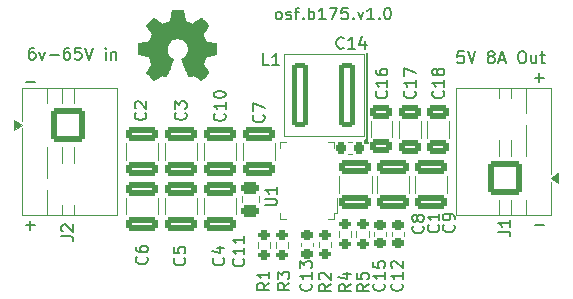
<source format=gbr>
%TF.GenerationSoftware,KiCad,Pcbnew,9.0.3*%
%TF.CreationDate,2025-10-03T16:36:05+02:00*%
%TF.ProjectId,board,626f6172-642e-46b6-9963-61645f706362,rev?*%
%TF.SameCoordinates,Original*%
%TF.FileFunction,Legend,Top*%
%TF.FilePolarity,Positive*%
%FSLAX46Y46*%
G04 Gerber Fmt 4.6, Leading zero omitted, Abs format (unit mm)*
G04 Created by KiCad (PCBNEW 9.0.3) date 2025-10-03 16:36:05*
%MOMM*%
%LPD*%
G01*
G04 APERTURE LIST*
G04 Aperture macros list*
%AMRoundRect*
0 Rectangle with rounded corners*
0 $1 Rounding radius*
0 $2 $3 $4 $5 $6 $7 $8 $9 X,Y pos of 4 corners*
0 Add a 4 corners polygon primitive as box body*
4,1,4,$2,$3,$4,$5,$6,$7,$8,$9,$2,$3,0*
0 Add four circle primitives for the rounded corners*
1,1,$1+$1,$2,$3*
1,1,$1+$1,$4,$5*
1,1,$1+$1,$6,$7*
1,1,$1+$1,$8,$9*
0 Add four rect primitives between the rounded corners*
20,1,$1+$1,$2,$3,$4,$5,0*
20,1,$1+$1,$4,$5,$6,$7,0*
20,1,$1+$1,$6,$7,$8,$9,0*
20,1,$1+$1,$8,$9,$2,$3,0*%
G04 Aperture macros list end*
%ADD10C,0.150000*%
%ADD11C,0.120000*%
%ADD12C,0.010000*%
%ADD13RoundRect,0.200000X-0.275000X0.200000X-0.275000X-0.200000X0.275000X-0.200000X0.275000X0.200000X0*%
%ADD14RoundRect,0.250000X1.100000X-0.325000X1.100000X0.325000X-1.100000X0.325000X-1.100000X-0.325000X0*%
%ADD15RoundRect,0.250000X-0.650000X0.325000X-0.650000X-0.325000X0.650000X-0.325000X0.650000X0.325000X0*%
%ADD16RoundRect,0.250000X-0.465000X-2.500000X0.465000X-2.500000X0.465000X2.500000X-0.465000X2.500000X0*%
%ADD17RoundRect,0.200000X0.275000X-0.200000X0.275000X0.200000X-0.275000X0.200000X-0.275000X-0.200000X0*%
%ADD18RoundRect,0.250000X-1.100000X0.325000X-1.100000X-0.325000X1.100000X-0.325000X1.100000X0.325000X0*%
%ADD19RoundRect,0.250001X1.149999X-1.149999X1.149999X1.149999X-1.149999X1.149999X-1.149999X-1.149999X0*%
%ADD20C,2.800000*%
%ADD21RoundRect,0.250000X-0.475000X0.250000X-0.475000X-0.250000X0.475000X-0.250000X0.475000X0.250000X0*%
%ADD22R,0.700000X0.300000*%
%ADD23R,0.300000X0.700000*%
%ADD24R,1.125000X1.355000*%
%ADD25R,1.125000X1.340000*%
%ADD26R,0.375000X0.375000*%
%ADD27RoundRect,0.225000X-0.250000X0.225000X-0.250000X-0.225000X0.250000X-0.225000X0.250000X0.225000X0*%
%ADD28RoundRect,0.250001X-1.149999X1.149999X-1.149999X-1.149999X1.149999X-1.149999X1.149999X1.149999X0*%
%ADD29RoundRect,0.225000X0.250000X-0.225000X0.250000X0.225000X-0.250000X0.225000X-0.250000X-0.225000X0*%
%ADD30RoundRect,0.225000X0.225000X0.250000X-0.225000X0.250000X-0.225000X-0.250000X0.225000X-0.250000X0*%
G04 APERTURE END LIST*
D10*
X140416779Y-98368866D02*
X141178684Y-98368866D01*
X140416779Y-110488866D02*
X141178684Y-110488866D01*
X140797731Y-110869819D02*
X140797731Y-110107914D01*
X183536779Y-110488866D02*
X184298684Y-110488866D01*
X183536779Y-97988866D02*
X184298684Y-97988866D01*
X183917731Y-98369819D02*
X183917731Y-97607914D01*
X177512969Y-95769819D02*
X177036779Y-95769819D01*
X177036779Y-95769819D02*
X176989160Y-96246009D01*
X176989160Y-96246009D02*
X177036779Y-96198390D01*
X177036779Y-96198390D02*
X177132017Y-96150771D01*
X177132017Y-96150771D02*
X177370112Y-96150771D01*
X177370112Y-96150771D02*
X177465350Y-96198390D01*
X177465350Y-96198390D02*
X177512969Y-96246009D01*
X177512969Y-96246009D02*
X177560588Y-96341247D01*
X177560588Y-96341247D02*
X177560588Y-96579342D01*
X177560588Y-96579342D02*
X177512969Y-96674580D01*
X177512969Y-96674580D02*
X177465350Y-96722200D01*
X177465350Y-96722200D02*
X177370112Y-96769819D01*
X177370112Y-96769819D02*
X177132017Y-96769819D01*
X177132017Y-96769819D02*
X177036779Y-96722200D01*
X177036779Y-96722200D02*
X176989160Y-96674580D01*
X177846303Y-95769819D02*
X178179636Y-96769819D01*
X178179636Y-96769819D02*
X178512969Y-95769819D01*
X179751065Y-96198390D02*
X179655827Y-96150771D01*
X179655827Y-96150771D02*
X179608208Y-96103152D01*
X179608208Y-96103152D02*
X179560589Y-96007914D01*
X179560589Y-96007914D02*
X179560589Y-95960295D01*
X179560589Y-95960295D02*
X179608208Y-95865057D01*
X179608208Y-95865057D02*
X179655827Y-95817438D01*
X179655827Y-95817438D02*
X179751065Y-95769819D01*
X179751065Y-95769819D02*
X179941541Y-95769819D01*
X179941541Y-95769819D02*
X180036779Y-95817438D01*
X180036779Y-95817438D02*
X180084398Y-95865057D01*
X180084398Y-95865057D02*
X180132017Y-95960295D01*
X180132017Y-95960295D02*
X180132017Y-96007914D01*
X180132017Y-96007914D02*
X180084398Y-96103152D01*
X180084398Y-96103152D02*
X180036779Y-96150771D01*
X180036779Y-96150771D02*
X179941541Y-96198390D01*
X179941541Y-96198390D02*
X179751065Y-96198390D01*
X179751065Y-96198390D02*
X179655827Y-96246009D01*
X179655827Y-96246009D02*
X179608208Y-96293628D01*
X179608208Y-96293628D02*
X179560589Y-96388866D01*
X179560589Y-96388866D02*
X179560589Y-96579342D01*
X179560589Y-96579342D02*
X179608208Y-96674580D01*
X179608208Y-96674580D02*
X179655827Y-96722200D01*
X179655827Y-96722200D02*
X179751065Y-96769819D01*
X179751065Y-96769819D02*
X179941541Y-96769819D01*
X179941541Y-96769819D02*
X180036779Y-96722200D01*
X180036779Y-96722200D02*
X180084398Y-96674580D01*
X180084398Y-96674580D02*
X180132017Y-96579342D01*
X180132017Y-96579342D02*
X180132017Y-96388866D01*
X180132017Y-96388866D02*
X180084398Y-96293628D01*
X180084398Y-96293628D02*
X180036779Y-96246009D01*
X180036779Y-96246009D02*
X179941541Y-96198390D01*
X180512970Y-96484104D02*
X180989160Y-96484104D01*
X180417732Y-96769819D02*
X180751065Y-95769819D01*
X180751065Y-95769819D02*
X181084398Y-96769819D01*
X182370113Y-95769819D02*
X182560589Y-95769819D01*
X182560589Y-95769819D02*
X182655827Y-95817438D01*
X182655827Y-95817438D02*
X182751065Y-95912676D01*
X182751065Y-95912676D02*
X182798684Y-96103152D01*
X182798684Y-96103152D02*
X182798684Y-96436485D01*
X182798684Y-96436485D02*
X182751065Y-96626961D01*
X182751065Y-96626961D02*
X182655827Y-96722200D01*
X182655827Y-96722200D02*
X182560589Y-96769819D01*
X182560589Y-96769819D02*
X182370113Y-96769819D01*
X182370113Y-96769819D02*
X182274875Y-96722200D01*
X182274875Y-96722200D02*
X182179637Y-96626961D01*
X182179637Y-96626961D02*
X182132018Y-96436485D01*
X182132018Y-96436485D02*
X182132018Y-96103152D01*
X182132018Y-96103152D02*
X182179637Y-95912676D01*
X182179637Y-95912676D02*
X182274875Y-95817438D01*
X182274875Y-95817438D02*
X182370113Y-95769819D01*
X183655827Y-96103152D02*
X183655827Y-96769819D01*
X183227256Y-96103152D02*
X183227256Y-96626961D01*
X183227256Y-96626961D02*
X183274875Y-96722200D01*
X183274875Y-96722200D02*
X183370113Y-96769819D01*
X183370113Y-96769819D02*
X183512970Y-96769819D01*
X183512970Y-96769819D02*
X183608208Y-96722200D01*
X183608208Y-96722200D02*
X183655827Y-96674580D01*
X183989161Y-96103152D02*
X184370113Y-96103152D01*
X184132018Y-95769819D02*
X184132018Y-96626961D01*
X184132018Y-96626961D02*
X184179637Y-96722200D01*
X184179637Y-96722200D02*
X184274875Y-96769819D01*
X184274875Y-96769819D02*
X184370113Y-96769819D01*
X141165350Y-95469819D02*
X140974874Y-95469819D01*
X140974874Y-95469819D02*
X140879636Y-95517438D01*
X140879636Y-95517438D02*
X140832017Y-95565057D01*
X140832017Y-95565057D02*
X140736779Y-95707914D01*
X140736779Y-95707914D02*
X140689160Y-95898390D01*
X140689160Y-95898390D02*
X140689160Y-96279342D01*
X140689160Y-96279342D02*
X140736779Y-96374580D01*
X140736779Y-96374580D02*
X140784398Y-96422200D01*
X140784398Y-96422200D02*
X140879636Y-96469819D01*
X140879636Y-96469819D02*
X141070112Y-96469819D01*
X141070112Y-96469819D02*
X141165350Y-96422200D01*
X141165350Y-96422200D02*
X141212969Y-96374580D01*
X141212969Y-96374580D02*
X141260588Y-96279342D01*
X141260588Y-96279342D02*
X141260588Y-96041247D01*
X141260588Y-96041247D02*
X141212969Y-95946009D01*
X141212969Y-95946009D02*
X141165350Y-95898390D01*
X141165350Y-95898390D02*
X141070112Y-95850771D01*
X141070112Y-95850771D02*
X140879636Y-95850771D01*
X140879636Y-95850771D02*
X140784398Y-95898390D01*
X140784398Y-95898390D02*
X140736779Y-95946009D01*
X140736779Y-95946009D02*
X140689160Y-96041247D01*
X141593922Y-95803152D02*
X141832017Y-96469819D01*
X141832017Y-96469819D02*
X142070112Y-95803152D01*
X142451065Y-96088866D02*
X143212970Y-96088866D01*
X144117731Y-95469819D02*
X143927255Y-95469819D01*
X143927255Y-95469819D02*
X143832017Y-95517438D01*
X143832017Y-95517438D02*
X143784398Y-95565057D01*
X143784398Y-95565057D02*
X143689160Y-95707914D01*
X143689160Y-95707914D02*
X143641541Y-95898390D01*
X143641541Y-95898390D02*
X143641541Y-96279342D01*
X143641541Y-96279342D02*
X143689160Y-96374580D01*
X143689160Y-96374580D02*
X143736779Y-96422200D01*
X143736779Y-96422200D02*
X143832017Y-96469819D01*
X143832017Y-96469819D02*
X144022493Y-96469819D01*
X144022493Y-96469819D02*
X144117731Y-96422200D01*
X144117731Y-96422200D02*
X144165350Y-96374580D01*
X144165350Y-96374580D02*
X144212969Y-96279342D01*
X144212969Y-96279342D02*
X144212969Y-96041247D01*
X144212969Y-96041247D02*
X144165350Y-95946009D01*
X144165350Y-95946009D02*
X144117731Y-95898390D01*
X144117731Y-95898390D02*
X144022493Y-95850771D01*
X144022493Y-95850771D02*
X143832017Y-95850771D01*
X143832017Y-95850771D02*
X143736779Y-95898390D01*
X143736779Y-95898390D02*
X143689160Y-95946009D01*
X143689160Y-95946009D02*
X143641541Y-96041247D01*
X145117731Y-95469819D02*
X144641541Y-95469819D01*
X144641541Y-95469819D02*
X144593922Y-95946009D01*
X144593922Y-95946009D02*
X144641541Y-95898390D01*
X144641541Y-95898390D02*
X144736779Y-95850771D01*
X144736779Y-95850771D02*
X144974874Y-95850771D01*
X144974874Y-95850771D02*
X145070112Y-95898390D01*
X145070112Y-95898390D02*
X145117731Y-95946009D01*
X145117731Y-95946009D02*
X145165350Y-96041247D01*
X145165350Y-96041247D02*
X145165350Y-96279342D01*
X145165350Y-96279342D02*
X145117731Y-96374580D01*
X145117731Y-96374580D02*
X145070112Y-96422200D01*
X145070112Y-96422200D02*
X144974874Y-96469819D01*
X144974874Y-96469819D02*
X144736779Y-96469819D01*
X144736779Y-96469819D02*
X144641541Y-96422200D01*
X144641541Y-96422200D02*
X144593922Y-96374580D01*
X145451065Y-95469819D02*
X145784398Y-96469819D01*
X145784398Y-96469819D02*
X146117731Y-95469819D01*
X147212970Y-96469819D02*
X147212970Y-95803152D01*
X147212970Y-95469819D02*
X147165351Y-95517438D01*
X147165351Y-95517438D02*
X147212970Y-95565057D01*
X147212970Y-95565057D02*
X147260589Y-95517438D01*
X147260589Y-95517438D02*
X147212970Y-95469819D01*
X147212970Y-95469819D02*
X147212970Y-95565057D01*
X147689160Y-95803152D02*
X147689160Y-96469819D01*
X147689160Y-95898390D02*
X147736779Y-95850771D01*
X147736779Y-95850771D02*
X147832017Y-95803152D01*
X147832017Y-95803152D02*
X147974874Y-95803152D01*
X147974874Y-95803152D02*
X148070112Y-95850771D01*
X148070112Y-95850771D02*
X148117731Y-95946009D01*
X148117731Y-95946009D02*
X148117731Y-96469819D01*
X169400000Y-103500000D02*
X169200000Y-103500000D01*
X169300000Y-95900000D02*
X169300000Y-103400000D01*
X169200000Y-103300000D02*
X169400000Y-103500000D01*
X169300000Y-103400000D02*
X169200000Y-103500000D01*
X169200000Y-103500000D02*
X169200000Y-103300000D01*
X161779636Y-93069819D02*
X161684398Y-93022200D01*
X161684398Y-93022200D02*
X161636779Y-92974580D01*
X161636779Y-92974580D02*
X161589160Y-92879342D01*
X161589160Y-92879342D02*
X161589160Y-92593628D01*
X161589160Y-92593628D02*
X161636779Y-92498390D01*
X161636779Y-92498390D02*
X161684398Y-92450771D01*
X161684398Y-92450771D02*
X161779636Y-92403152D01*
X161779636Y-92403152D02*
X161922493Y-92403152D01*
X161922493Y-92403152D02*
X162017731Y-92450771D01*
X162017731Y-92450771D02*
X162065350Y-92498390D01*
X162065350Y-92498390D02*
X162112969Y-92593628D01*
X162112969Y-92593628D02*
X162112969Y-92879342D01*
X162112969Y-92879342D02*
X162065350Y-92974580D01*
X162065350Y-92974580D02*
X162017731Y-93022200D01*
X162017731Y-93022200D02*
X161922493Y-93069819D01*
X161922493Y-93069819D02*
X161779636Y-93069819D01*
X162493922Y-93022200D02*
X162589160Y-93069819D01*
X162589160Y-93069819D02*
X162779636Y-93069819D01*
X162779636Y-93069819D02*
X162874874Y-93022200D01*
X162874874Y-93022200D02*
X162922493Y-92926961D01*
X162922493Y-92926961D02*
X162922493Y-92879342D01*
X162922493Y-92879342D02*
X162874874Y-92784104D01*
X162874874Y-92784104D02*
X162779636Y-92736485D01*
X162779636Y-92736485D02*
X162636779Y-92736485D01*
X162636779Y-92736485D02*
X162541541Y-92688866D01*
X162541541Y-92688866D02*
X162493922Y-92593628D01*
X162493922Y-92593628D02*
X162493922Y-92546009D01*
X162493922Y-92546009D02*
X162541541Y-92450771D01*
X162541541Y-92450771D02*
X162636779Y-92403152D01*
X162636779Y-92403152D02*
X162779636Y-92403152D01*
X162779636Y-92403152D02*
X162874874Y-92450771D01*
X163208208Y-92403152D02*
X163589160Y-92403152D01*
X163351065Y-93069819D02*
X163351065Y-92212676D01*
X163351065Y-92212676D02*
X163398684Y-92117438D01*
X163398684Y-92117438D02*
X163493922Y-92069819D01*
X163493922Y-92069819D02*
X163589160Y-92069819D01*
X163922494Y-92974580D02*
X163970113Y-93022200D01*
X163970113Y-93022200D02*
X163922494Y-93069819D01*
X163922494Y-93069819D02*
X163874875Y-93022200D01*
X163874875Y-93022200D02*
X163922494Y-92974580D01*
X163922494Y-92974580D02*
X163922494Y-93069819D01*
X164398684Y-93069819D02*
X164398684Y-92069819D01*
X164398684Y-92450771D02*
X164493922Y-92403152D01*
X164493922Y-92403152D02*
X164684398Y-92403152D01*
X164684398Y-92403152D02*
X164779636Y-92450771D01*
X164779636Y-92450771D02*
X164827255Y-92498390D01*
X164827255Y-92498390D02*
X164874874Y-92593628D01*
X164874874Y-92593628D02*
X164874874Y-92879342D01*
X164874874Y-92879342D02*
X164827255Y-92974580D01*
X164827255Y-92974580D02*
X164779636Y-93022200D01*
X164779636Y-93022200D02*
X164684398Y-93069819D01*
X164684398Y-93069819D02*
X164493922Y-93069819D01*
X164493922Y-93069819D02*
X164398684Y-93022200D01*
X165827255Y-93069819D02*
X165255827Y-93069819D01*
X165541541Y-93069819D02*
X165541541Y-92069819D01*
X165541541Y-92069819D02*
X165446303Y-92212676D01*
X165446303Y-92212676D02*
X165351065Y-92307914D01*
X165351065Y-92307914D02*
X165255827Y-92355533D01*
X166160589Y-92069819D02*
X166827255Y-92069819D01*
X166827255Y-92069819D02*
X166398684Y-93069819D01*
X167684398Y-92069819D02*
X167208208Y-92069819D01*
X167208208Y-92069819D02*
X167160589Y-92546009D01*
X167160589Y-92546009D02*
X167208208Y-92498390D01*
X167208208Y-92498390D02*
X167303446Y-92450771D01*
X167303446Y-92450771D02*
X167541541Y-92450771D01*
X167541541Y-92450771D02*
X167636779Y-92498390D01*
X167636779Y-92498390D02*
X167684398Y-92546009D01*
X167684398Y-92546009D02*
X167732017Y-92641247D01*
X167732017Y-92641247D02*
X167732017Y-92879342D01*
X167732017Y-92879342D02*
X167684398Y-92974580D01*
X167684398Y-92974580D02*
X167636779Y-93022200D01*
X167636779Y-93022200D02*
X167541541Y-93069819D01*
X167541541Y-93069819D02*
X167303446Y-93069819D01*
X167303446Y-93069819D02*
X167208208Y-93022200D01*
X167208208Y-93022200D02*
X167160589Y-92974580D01*
X168160589Y-92974580D02*
X168208208Y-93022200D01*
X168208208Y-93022200D02*
X168160589Y-93069819D01*
X168160589Y-93069819D02*
X168112970Y-93022200D01*
X168112970Y-93022200D02*
X168160589Y-92974580D01*
X168160589Y-92974580D02*
X168160589Y-93069819D01*
X168541541Y-92403152D02*
X168779636Y-93069819D01*
X168779636Y-93069819D02*
X169017731Y-92403152D01*
X169922493Y-93069819D02*
X169351065Y-93069819D01*
X169636779Y-93069819D02*
X169636779Y-92069819D01*
X169636779Y-92069819D02*
X169541541Y-92212676D01*
X169541541Y-92212676D02*
X169446303Y-92307914D01*
X169446303Y-92307914D02*
X169351065Y-92355533D01*
X170351065Y-92974580D02*
X170398684Y-93022200D01*
X170398684Y-93022200D02*
X170351065Y-93069819D01*
X170351065Y-93069819D02*
X170303446Y-93022200D01*
X170303446Y-93022200D02*
X170351065Y-92974580D01*
X170351065Y-92974580D02*
X170351065Y-93069819D01*
X171017731Y-92069819D02*
X171112969Y-92069819D01*
X171112969Y-92069819D02*
X171208207Y-92117438D01*
X171208207Y-92117438D02*
X171255826Y-92165057D01*
X171255826Y-92165057D02*
X171303445Y-92260295D01*
X171303445Y-92260295D02*
X171351064Y-92450771D01*
X171351064Y-92450771D02*
X171351064Y-92688866D01*
X171351064Y-92688866D02*
X171303445Y-92879342D01*
X171303445Y-92879342D02*
X171255826Y-92974580D01*
X171255826Y-92974580D02*
X171208207Y-93022200D01*
X171208207Y-93022200D02*
X171112969Y-93069819D01*
X171112969Y-93069819D02*
X171017731Y-93069819D01*
X171017731Y-93069819D02*
X170922493Y-93022200D01*
X170922493Y-93022200D02*
X170874874Y-92974580D01*
X170874874Y-92974580D02*
X170827255Y-92879342D01*
X170827255Y-92879342D02*
X170779636Y-92688866D01*
X170779636Y-92688866D02*
X170779636Y-92450771D01*
X170779636Y-92450771D02*
X170827255Y-92260295D01*
X170827255Y-92260295D02*
X170874874Y-92165057D01*
X170874874Y-92165057D02*
X170922493Y-92117438D01*
X170922493Y-92117438D02*
X171017731Y-92069819D01*
X161054819Y-115366666D02*
X160578628Y-115699999D01*
X161054819Y-115938094D02*
X160054819Y-115938094D01*
X160054819Y-115938094D02*
X160054819Y-115557142D01*
X160054819Y-115557142D02*
X160102438Y-115461904D01*
X160102438Y-115461904D02*
X160150057Y-115414285D01*
X160150057Y-115414285D02*
X160245295Y-115366666D01*
X160245295Y-115366666D02*
X160388152Y-115366666D01*
X160388152Y-115366666D02*
X160483390Y-115414285D01*
X160483390Y-115414285D02*
X160531009Y-115461904D01*
X160531009Y-115461904D02*
X160578628Y-115557142D01*
X160578628Y-115557142D02*
X160578628Y-115938094D01*
X161054819Y-114414285D02*
X161054819Y-114985713D01*
X161054819Y-114699999D02*
X160054819Y-114699999D01*
X160054819Y-114699999D02*
X160197676Y-114795237D01*
X160197676Y-114795237D02*
X160292914Y-114890475D01*
X160292914Y-114890475D02*
X160340533Y-114985713D01*
X174059580Y-110566666D02*
X174107200Y-110614285D01*
X174107200Y-110614285D02*
X174154819Y-110757142D01*
X174154819Y-110757142D02*
X174154819Y-110852380D01*
X174154819Y-110852380D02*
X174107200Y-110995237D01*
X174107200Y-110995237D02*
X174011961Y-111090475D01*
X174011961Y-111090475D02*
X173916723Y-111138094D01*
X173916723Y-111138094D02*
X173726247Y-111185713D01*
X173726247Y-111185713D02*
X173583390Y-111185713D01*
X173583390Y-111185713D02*
X173392914Y-111138094D01*
X173392914Y-111138094D02*
X173297676Y-111090475D01*
X173297676Y-111090475D02*
X173202438Y-110995237D01*
X173202438Y-110995237D02*
X173154819Y-110852380D01*
X173154819Y-110852380D02*
X173154819Y-110757142D01*
X173154819Y-110757142D02*
X173202438Y-110614285D01*
X173202438Y-110614285D02*
X173250057Y-110566666D01*
X173583390Y-109995237D02*
X173535771Y-110090475D01*
X173535771Y-110090475D02*
X173488152Y-110138094D01*
X173488152Y-110138094D02*
X173392914Y-110185713D01*
X173392914Y-110185713D02*
X173345295Y-110185713D01*
X173345295Y-110185713D02*
X173250057Y-110138094D01*
X173250057Y-110138094D02*
X173202438Y-110090475D01*
X173202438Y-110090475D02*
X173154819Y-109995237D01*
X173154819Y-109995237D02*
X173154819Y-109804761D01*
X173154819Y-109804761D02*
X173202438Y-109709523D01*
X173202438Y-109709523D02*
X173250057Y-109661904D01*
X173250057Y-109661904D02*
X173345295Y-109614285D01*
X173345295Y-109614285D02*
X173392914Y-109614285D01*
X173392914Y-109614285D02*
X173488152Y-109661904D01*
X173488152Y-109661904D02*
X173535771Y-109709523D01*
X173535771Y-109709523D02*
X173583390Y-109804761D01*
X173583390Y-109804761D02*
X173583390Y-109995237D01*
X173583390Y-109995237D02*
X173631009Y-110090475D01*
X173631009Y-110090475D02*
X173678628Y-110138094D01*
X173678628Y-110138094D02*
X173773866Y-110185713D01*
X173773866Y-110185713D02*
X173964342Y-110185713D01*
X173964342Y-110185713D02*
X174059580Y-110138094D01*
X174059580Y-110138094D02*
X174107200Y-110090475D01*
X174107200Y-110090475D02*
X174154819Y-109995237D01*
X174154819Y-109995237D02*
X174154819Y-109804761D01*
X174154819Y-109804761D02*
X174107200Y-109709523D01*
X174107200Y-109709523D02*
X174059580Y-109661904D01*
X174059580Y-109661904D02*
X173964342Y-109614285D01*
X173964342Y-109614285D02*
X173773866Y-109614285D01*
X173773866Y-109614285D02*
X173678628Y-109661904D01*
X173678628Y-109661904D02*
X173631009Y-109709523D01*
X173631009Y-109709523D02*
X173583390Y-109804761D01*
X170959580Y-99142857D02*
X171007200Y-99190476D01*
X171007200Y-99190476D02*
X171054819Y-99333333D01*
X171054819Y-99333333D02*
X171054819Y-99428571D01*
X171054819Y-99428571D02*
X171007200Y-99571428D01*
X171007200Y-99571428D02*
X170911961Y-99666666D01*
X170911961Y-99666666D02*
X170816723Y-99714285D01*
X170816723Y-99714285D02*
X170626247Y-99761904D01*
X170626247Y-99761904D02*
X170483390Y-99761904D01*
X170483390Y-99761904D02*
X170292914Y-99714285D01*
X170292914Y-99714285D02*
X170197676Y-99666666D01*
X170197676Y-99666666D02*
X170102438Y-99571428D01*
X170102438Y-99571428D02*
X170054819Y-99428571D01*
X170054819Y-99428571D02*
X170054819Y-99333333D01*
X170054819Y-99333333D02*
X170102438Y-99190476D01*
X170102438Y-99190476D02*
X170150057Y-99142857D01*
X171054819Y-98190476D02*
X171054819Y-98761904D01*
X171054819Y-98476190D02*
X170054819Y-98476190D01*
X170054819Y-98476190D02*
X170197676Y-98571428D01*
X170197676Y-98571428D02*
X170292914Y-98666666D01*
X170292914Y-98666666D02*
X170340533Y-98761904D01*
X170054819Y-97333333D02*
X170054819Y-97523809D01*
X170054819Y-97523809D02*
X170102438Y-97619047D01*
X170102438Y-97619047D02*
X170150057Y-97666666D01*
X170150057Y-97666666D02*
X170292914Y-97761904D01*
X170292914Y-97761904D02*
X170483390Y-97809523D01*
X170483390Y-97809523D02*
X170864342Y-97809523D01*
X170864342Y-97809523D02*
X170959580Y-97761904D01*
X170959580Y-97761904D02*
X171007200Y-97714285D01*
X171007200Y-97714285D02*
X171054819Y-97619047D01*
X171054819Y-97619047D02*
X171054819Y-97428571D01*
X171054819Y-97428571D02*
X171007200Y-97333333D01*
X171007200Y-97333333D02*
X170959580Y-97285714D01*
X170959580Y-97285714D02*
X170864342Y-97238095D01*
X170864342Y-97238095D02*
X170626247Y-97238095D01*
X170626247Y-97238095D02*
X170531009Y-97285714D01*
X170531009Y-97285714D02*
X170483390Y-97333333D01*
X170483390Y-97333333D02*
X170435771Y-97428571D01*
X170435771Y-97428571D02*
X170435771Y-97619047D01*
X170435771Y-97619047D02*
X170483390Y-97714285D01*
X170483390Y-97714285D02*
X170531009Y-97761904D01*
X170531009Y-97761904D02*
X170626247Y-97809523D01*
X161033333Y-96954819D02*
X160557143Y-96954819D01*
X160557143Y-96954819D02*
X160557143Y-95954819D01*
X161890476Y-96954819D02*
X161319048Y-96954819D01*
X161604762Y-96954819D02*
X161604762Y-95954819D01*
X161604762Y-95954819D02*
X161509524Y-96097676D01*
X161509524Y-96097676D02*
X161414286Y-96192914D01*
X161414286Y-96192914D02*
X161319048Y-96240533D01*
X169454819Y-115466666D02*
X168978628Y-115799999D01*
X169454819Y-116038094D02*
X168454819Y-116038094D01*
X168454819Y-116038094D02*
X168454819Y-115657142D01*
X168454819Y-115657142D02*
X168502438Y-115561904D01*
X168502438Y-115561904D02*
X168550057Y-115514285D01*
X168550057Y-115514285D02*
X168645295Y-115466666D01*
X168645295Y-115466666D02*
X168788152Y-115466666D01*
X168788152Y-115466666D02*
X168883390Y-115514285D01*
X168883390Y-115514285D02*
X168931009Y-115561904D01*
X168931009Y-115561904D02*
X168978628Y-115657142D01*
X168978628Y-115657142D02*
X168978628Y-116038094D01*
X168454819Y-114561904D02*
X168454819Y-115038094D01*
X168454819Y-115038094D02*
X168931009Y-115085713D01*
X168931009Y-115085713D02*
X168883390Y-115038094D01*
X168883390Y-115038094D02*
X168835771Y-114942856D01*
X168835771Y-114942856D02*
X168835771Y-114704761D01*
X168835771Y-114704761D02*
X168883390Y-114609523D01*
X168883390Y-114609523D02*
X168931009Y-114561904D01*
X168931009Y-114561904D02*
X169026247Y-114514285D01*
X169026247Y-114514285D02*
X169264342Y-114514285D01*
X169264342Y-114514285D02*
X169359580Y-114561904D01*
X169359580Y-114561904D02*
X169407200Y-114609523D01*
X169407200Y-114609523D02*
X169454819Y-114704761D01*
X169454819Y-114704761D02*
X169454819Y-114942856D01*
X169454819Y-114942856D02*
X169407200Y-115038094D01*
X169407200Y-115038094D02*
X169359580Y-115085713D01*
X153959580Y-100966666D02*
X154007200Y-101014285D01*
X154007200Y-101014285D02*
X154054819Y-101157142D01*
X154054819Y-101157142D02*
X154054819Y-101252380D01*
X154054819Y-101252380D02*
X154007200Y-101395237D01*
X154007200Y-101395237D02*
X153911961Y-101490475D01*
X153911961Y-101490475D02*
X153816723Y-101538094D01*
X153816723Y-101538094D02*
X153626247Y-101585713D01*
X153626247Y-101585713D02*
X153483390Y-101585713D01*
X153483390Y-101585713D02*
X153292914Y-101538094D01*
X153292914Y-101538094D02*
X153197676Y-101490475D01*
X153197676Y-101490475D02*
X153102438Y-101395237D01*
X153102438Y-101395237D02*
X153054819Y-101252380D01*
X153054819Y-101252380D02*
X153054819Y-101157142D01*
X153054819Y-101157142D02*
X153102438Y-101014285D01*
X153102438Y-101014285D02*
X153150057Y-100966666D01*
X153054819Y-100633332D02*
X153054819Y-100014285D01*
X153054819Y-100014285D02*
X153435771Y-100347618D01*
X153435771Y-100347618D02*
X153435771Y-100204761D01*
X153435771Y-100204761D02*
X153483390Y-100109523D01*
X153483390Y-100109523D02*
X153531009Y-100061904D01*
X153531009Y-100061904D02*
X153626247Y-100014285D01*
X153626247Y-100014285D02*
X153864342Y-100014285D01*
X153864342Y-100014285D02*
X153959580Y-100061904D01*
X153959580Y-100061904D02*
X154007200Y-100109523D01*
X154007200Y-100109523D02*
X154054819Y-100204761D01*
X154054819Y-100204761D02*
X154054819Y-100490475D01*
X154054819Y-100490475D02*
X154007200Y-100585713D01*
X154007200Y-100585713D02*
X153959580Y-100633332D01*
X150659580Y-113166666D02*
X150707200Y-113214285D01*
X150707200Y-113214285D02*
X150754819Y-113357142D01*
X150754819Y-113357142D02*
X150754819Y-113452380D01*
X150754819Y-113452380D02*
X150707200Y-113595237D01*
X150707200Y-113595237D02*
X150611961Y-113690475D01*
X150611961Y-113690475D02*
X150516723Y-113738094D01*
X150516723Y-113738094D02*
X150326247Y-113785713D01*
X150326247Y-113785713D02*
X150183390Y-113785713D01*
X150183390Y-113785713D02*
X149992914Y-113738094D01*
X149992914Y-113738094D02*
X149897676Y-113690475D01*
X149897676Y-113690475D02*
X149802438Y-113595237D01*
X149802438Y-113595237D02*
X149754819Y-113452380D01*
X149754819Y-113452380D02*
X149754819Y-113357142D01*
X149754819Y-113357142D02*
X149802438Y-113214285D01*
X149802438Y-113214285D02*
X149850057Y-113166666D01*
X149754819Y-112309523D02*
X149754819Y-112499999D01*
X149754819Y-112499999D02*
X149802438Y-112595237D01*
X149802438Y-112595237D02*
X149850057Y-112642856D01*
X149850057Y-112642856D02*
X149992914Y-112738094D01*
X149992914Y-112738094D02*
X150183390Y-112785713D01*
X150183390Y-112785713D02*
X150564342Y-112785713D01*
X150564342Y-112785713D02*
X150659580Y-112738094D01*
X150659580Y-112738094D02*
X150707200Y-112690475D01*
X150707200Y-112690475D02*
X150754819Y-112595237D01*
X150754819Y-112595237D02*
X150754819Y-112404761D01*
X150754819Y-112404761D02*
X150707200Y-112309523D01*
X150707200Y-112309523D02*
X150659580Y-112261904D01*
X150659580Y-112261904D02*
X150564342Y-112214285D01*
X150564342Y-112214285D02*
X150326247Y-112214285D01*
X150326247Y-112214285D02*
X150231009Y-112261904D01*
X150231009Y-112261904D02*
X150183390Y-112309523D01*
X150183390Y-112309523D02*
X150135771Y-112404761D01*
X150135771Y-112404761D02*
X150135771Y-112595237D01*
X150135771Y-112595237D02*
X150183390Y-112690475D01*
X150183390Y-112690475D02*
X150231009Y-112738094D01*
X150231009Y-112738094D02*
X150326247Y-112785713D01*
X166254819Y-115466666D02*
X165778628Y-115799999D01*
X166254819Y-116038094D02*
X165254819Y-116038094D01*
X165254819Y-116038094D02*
X165254819Y-115657142D01*
X165254819Y-115657142D02*
X165302438Y-115561904D01*
X165302438Y-115561904D02*
X165350057Y-115514285D01*
X165350057Y-115514285D02*
X165445295Y-115466666D01*
X165445295Y-115466666D02*
X165588152Y-115466666D01*
X165588152Y-115466666D02*
X165683390Y-115514285D01*
X165683390Y-115514285D02*
X165731009Y-115561904D01*
X165731009Y-115561904D02*
X165778628Y-115657142D01*
X165778628Y-115657142D02*
X165778628Y-116038094D01*
X165350057Y-115085713D02*
X165302438Y-115038094D01*
X165302438Y-115038094D02*
X165254819Y-114942856D01*
X165254819Y-114942856D02*
X165254819Y-114704761D01*
X165254819Y-114704761D02*
X165302438Y-114609523D01*
X165302438Y-114609523D02*
X165350057Y-114561904D01*
X165350057Y-114561904D02*
X165445295Y-114514285D01*
X165445295Y-114514285D02*
X165540533Y-114514285D01*
X165540533Y-114514285D02*
X165683390Y-114561904D01*
X165683390Y-114561904D02*
X166254819Y-115133332D01*
X166254819Y-115133332D02*
X166254819Y-114514285D01*
X175759580Y-99142857D02*
X175807200Y-99190476D01*
X175807200Y-99190476D02*
X175854819Y-99333333D01*
X175854819Y-99333333D02*
X175854819Y-99428571D01*
X175854819Y-99428571D02*
X175807200Y-99571428D01*
X175807200Y-99571428D02*
X175711961Y-99666666D01*
X175711961Y-99666666D02*
X175616723Y-99714285D01*
X175616723Y-99714285D02*
X175426247Y-99761904D01*
X175426247Y-99761904D02*
X175283390Y-99761904D01*
X175283390Y-99761904D02*
X175092914Y-99714285D01*
X175092914Y-99714285D02*
X174997676Y-99666666D01*
X174997676Y-99666666D02*
X174902438Y-99571428D01*
X174902438Y-99571428D02*
X174854819Y-99428571D01*
X174854819Y-99428571D02*
X174854819Y-99333333D01*
X174854819Y-99333333D02*
X174902438Y-99190476D01*
X174902438Y-99190476D02*
X174950057Y-99142857D01*
X175854819Y-98190476D02*
X175854819Y-98761904D01*
X175854819Y-98476190D02*
X174854819Y-98476190D01*
X174854819Y-98476190D02*
X174997676Y-98571428D01*
X174997676Y-98571428D02*
X175092914Y-98666666D01*
X175092914Y-98666666D02*
X175140533Y-98761904D01*
X175283390Y-97619047D02*
X175235771Y-97714285D01*
X175235771Y-97714285D02*
X175188152Y-97761904D01*
X175188152Y-97761904D02*
X175092914Y-97809523D01*
X175092914Y-97809523D02*
X175045295Y-97809523D01*
X175045295Y-97809523D02*
X174950057Y-97761904D01*
X174950057Y-97761904D02*
X174902438Y-97714285D01*
X174902438Y-97714285D02*
X174854819Y-97619047D01*
X174854819Y-97619047D02*
X174854819Y-97428571D01*
X174854819Y-97428571D02*
X174902438Y-97333333D01*
X174902438Y-97333333D02*
X174950057Y-97285714D01*
X174950057Y-97285714D02*
X175045295Y-97238095D01*
X175045295Y-97238095D02*
X175092914Y-97238095D01*
X175092914Y-97238095D02*
X175188152Y-97285714D01*
X175188152Y-97285714D02*
X175235771Y-97333333D01*
X175235771Y-97333333D02*
X175283390Y-97428571D01*
X175283390Y-97428571D02*
X175283390Y-97619047D01*
X175283390Y-97619047D02*
X175331009Y-97714285D01*
X175331009Y-97714285D02*
X175378628Y-97761904D01*
X175378628Y-97761904D02*
X175473866Y-97809523D01*
X175473866Y-97809523D02*
X175664342Y-97809523D01*
X175664342Y-97809523D02*
X175759580Y-97761904D01*
X175759580Y-97761904D02*
X175807200Y-97714285D01*
X175807200Y-97714285D02*
X175854819Y-97619047D01*
X175854819Y-97619047D02*
X175854819Y-97428571D01*
X175854819Y-97428571D02*
X175807200Y-97333333D01*
X175807200Y-97333333D02*
X175759580Y-97285714D01*
X175759580Y-97285714D02*
X175664342Y-97238095D01*
X175664342Y-97238095D02*
X175473866Y-97238095D01*
X175473866Y-97238095D02*
X175378628Y-97285714D01*
X175378628Y-97285714D02*
X175331009Y-97333333D01*
X175331009Y-97333333D02*
X175283390Y-97428571D01*
X176659580Y-110466666D02*
X176707200Y-110514285D01*
X176707200Y-110514285D02*
X176754819Y-110657142D01*
X176754819Y-110657142D02*
X176754819Y-110752380D01*
X176754819Y-110752380D02*
X176707200Y-110895237D01*
X176707200Y-110895237D02*
X176611961Y-110990475D01*
X176611961Y-110990475D02*
X176516723Y-111038094D01*
X176516723Y-111038094D02*
X176326247Y-111085713D01*
X176326247Y-111085713D02*
X176183390Y-111085713D01*
X176183390Y-111085713D02*
X175992914Y-111038094D01*
X175992914Y-111038094D02*
X175897676Y-110990475D01*
X175897676Y-110990475D02*
X175802438Y-110895237D01*
X175802438Y-110895237D02*
X175754819Y-110752380D01*
X175754819Y-110752380D02*
X175754819Y-110657142D01*
X175754819Y-110657142D02*
X175802438Y-110514285D01*
X175802438Y-110514285D02*
X175850057Y-110466666D01*
X176754819Y-109990475D02*
X176754819Y-109799999D01*
X176754819Y-109799999D02*
X176707200Y-109704761D01*
X176707200Y-109704761D02*
X176659580Y-109657142D01*
X176659580Y-109657142D02*
X176516723Y-109561904D01*
X176516723Y-109561904D02*
X176326247Y-109514285D01*
X176326247Y-109514285D02*
X175945295Y-109514285D01*
X175945295Y-109514285D02*
X175850057Y-109561904D01*
X175850057Y-109561904D02*
X175802438Y-109609523D01*
X175802438Y-109609523D02*
X175754819Y-109704761D01*
X175754819Y-109704761D02*
X175754819Y-109895237D01*
X175754819Y-109895237D02*
X175802438Y-109990475D01*
X175802438Y-109990475D02*
X175850057Y-110038094D01*
X175850057Y-110038094D02*
X175945295Y-110085713D01*
X175945295Y-110085713D02*
X176183390Y-110085713D01*
X176183390Y-110085713D02*
X176278628Y-110038094D01*
X176278628Y-110038094D02*
X176326247Y-109990475D01*
X176326247Y-109990475D02*
X176373866Y-109895237D01*
X176373866Y-109895237D02*
X176373866Y-109704761D01*
X176373866Y-109704761D02*
X176326247Y-109609523D01*
X176326247Y-109609523D02*
X176278628Y-109561904D01*
X176278628Y-109561904D02*
X176183390Y-109514285D01*
X180454819Y-111033333D02*
X181169104Y-111033333D01*
X181169104Y-111033333D02*
X181311961Y-111080952D01*
X181311961Y-111080952D02*
X181407200Y-111176190D01*
X181407200Y-111176190D02*
X181454819Y-111319047D01*
X181454819Y-111319047D02*
X181454819Y-111414285D01*
X181454819Y-110033333D02*
X181454819Y-110604761D01*
X181454819Y-110319047D02*
X180454819Y-110319047D01*
X180454819Y-110319047D02*
X180597676Y-110414285D01*
X180597676Y-110414285D02*
X180692914Y-110509523D01*
X180692914Y-110509523D02*
X180740533Y-110604761D01*
X158859580Y-113342857D02*
X158907200Y-113390476D01*
X158907200Y-113390476D02*
X158954819Y-113533333D01*
X158954819Y-113533333D02*
X158954819Y-113628571D01*
X158954819Y-113628571D02*
X158907200Y-113771428D01*
X158907200Y-113771428D02*
X158811961Y-113866666D01*
X158811961Y-113866666D02*
X158716723Y-113914285D01*
X158716723Y-113914285D02*
X158526247Y-113961904D01*
X158526247Y-113961904D02*
X158383390Y-113961904D01*
X158383390Y-113961904D02*
X158192914Y-113914285D01*
X158192914Y-113914285D02*
X158097676Y-113866666D01*
X158097676Y-113866666D02*
X158002438Y-113771428D01*
X158002438Y-113771428D02*
X157954819Y-113628571D01*
X157954819Y-113628571D02*
X157954819Y-113533333D01*
X157954819Y-113533333D02*
X158002438Y-113390476D01*
X158002438Y-113390476D02*
X158050057Y-113342857D01*
X158954819Y-112390476D02*
X158954819Y-112961904D01*
X158954819Y-112676190D02*
X157954819Y-112676190D01*
X157954819Y-112676190D02*
X158097676Y-112771428D01*
X158097676Y-112771428D02*
X158192914Y-112866666D01*
X158192914Y-112866666D02*
X158240533Y-112961904D01*
X158954819Y-111438095D02*
X158954819Y-112009523D01*
X158954819Y-111723809D02*
X157954819Y-111723809D01*
X157954819Y-111723809D02*
X158097676Y-111819047D01*
X158097676Y-111819047D02*
X158192914Y-111914285D01*
X158192914Y-111914285D02*
X158240533Y-112009523D01*
X167954819Y-115466666D02*
X167478628Y-115799999D01*
X167954819Y-116038094D02*
X166954819Y-116038094D01*
X166954819Y-116038094D02*
X166954819Y-115657142D01*
X166954819Y-115657142D02*
X167002438Y-115561904D01*
X167002438Y-115561904D02*
X167050057Y-115514285D01*
X167050057Y-115514285D02*
X167145295Y-115466666D01*
X167145295Y-115466666D02*
X167288152Y-115466666D01*
X167288152Y-115466666D02*
X167383390Y-115514285D01*
X167383390Y-115514285D02*
X167431009Y-115561904D01*
X167431009Y-115561904D02*
X167478628Y-115657142D01*
X167478628Y-115657142D02*
X167478628Y-116038094D01*
X167288152Y-114609523D02*
X167954819Y-114609523D01*
X166907200Y-114847618D02*
X167621485Y-115085713D01*
X167621485Y-115085713D02*
X167621485Y-114466666D01*
X150559580Y-100966666D02*
X150607200Y-101014285D01*
X150607200Y-101014285D02*
X150654819Y-101157142D01*
X150654819Y-101157142D02*
X150654819Y-101252380D01*
X150654819Y-101252380D02*
X150607200Y-101395237D01*
X150607200Y-101395237D02*
X150511961Y-101490475D01*
X150511961Y-101490475D02*
X150416723Y-101538094D01*
X150416723Y-101538094D02*
X150226247Y-101585713D01*
X150226247Y-101585713D02*
X150083390Y-101585713D01*
X150083390Y-101585713D02*
X149892914Y-101538094D01*
X149892914Y-101538094D02*
X149797676Y-101490475D01*
X149797676Y-101490475D02*
X149702438Y-101395237D01*
X149702438Y-101395237D02*
X149654819Y-101252380D01*
X149654819Y-101252380D02*
X149654819Y-101157142D01*
X149654819Y-101157142D02*
X149702438Y-101014285D01*
X149702438Y-101014285D02*
X149750057Y-100966666D01*
X149750057Y-100585713D02*
X149702438Y-100538094D01*
X149702438Y-100538094D02*
X149654819Y-100442856D01*
X149654819Y-100442856D02*
X149654819Y-100204761D01*
X149654819Y-100204761D02*
X149702438Y-100109523D01*
X149702438Y-100109523D02*
X149750057Y-100061904D01*
X149750057Y-100061904D02*
X149845295Y-100014285D01*
X149845295Y-100014285D02*
X149940533Y-100014285D01*
X149940533Y-100014285D02*
X150083390Y-100061904D01*
X150083390Y-100061904D02*
X150654819Y-100633332D01*
X150654819Y-100633332D02*
X150654819Y-100014285D01*
X153859580Y-113266666D02*
X153907200Y-113314285D01*
X153907200Y-113314285D02*
X153954819Y-113457142D01*
X153954819Y-113457142D02*
X153954819Y-113552380D01*
X153954819Y-113552380D02*
X153907200Y-113695237D01*
X153907200Y-113695237D02*
X153811961Y-113790475D01*
X153811961Y-113790475D02*
X153716723Y-113838094D01*
X153716723Y-113838094D02*
X153526247Y-113885713D01*
X153526247Y-113885713D02*
X153383390Y-113885713D01*
X153383390Y-113885713D02*
X153192914Y-113838094D01*
X153192914Y-113838094D02*
X153097676Y-113790475D01*
X153097676Y-113790475D02*
X153002438Y-113695237D01*
X153002438Y-113695237D02*
X152954819Y-113552380D01*
X152954819Y-113552380D02*
X152954819Y-113457142D01*
X152954819Y-113457142D02*
X153002438Y-113314285D01*
X153002438Y-113314285D02*
X153050057Y-113266666D01*
X152954819Y-112361904D02*
X152954819Y-112838094D01*
X152954819Y-112838094D02*
X153431009Y-112885713D01*
X153431009Y-112885713D02*
X153383390Y-112838094D01*
X153383390Y-112838094D02*
X153335771Y-112742856D01*
X153335771Y-112742856D02*
X153335771Y-112504761D01*
X153335771Y-112504761D02*
X153383390Y-112409523D01*
X153383390Y-112409523D02*
X153431009Y-112361904D01*
X153431009Y-112361904D02*
X153526247Y-112314285D01*
X153526247Y-112314285D02*
X153764342Y-112314285D01*
X153764342Y-112314285D02*
X153859580Y-112361904D01*
X153859580Y-112361904D02*
X153907200Y-112409523D01*
X153907200Y-112409523D02*
X153954819Y-112504761D01*
X153954819Y-112504761D02*
X153954819Y-112742856D01*
X153954819Y-112742856D02*
X153907200Y-112838094D01*
X153907200Y-112838094D02*
X153859580Y-112885713D01*
X157159580Y-113266666D02*
X157207200Y-113314285D01*
X157207200Y-113314285D02*
X157254819Y-113457142D01*
X157254819Y-113457142D02*
X157254819Y-113552380D01*
X157254819Y-113552380D02*
X157207200Y-113695237D01*
X157207200Y-113695237D02*
X157111961Y-113790475D01*
X157111961Y-113790475D02*
X157016723Y-113838094D01*
X157016723Y-113838094D02*
X156826247Y-113885713D01*
X156826247Y-113885713D02*
X156683390Y-113885713D01*
X156683390Y-113885713D02*
X156492914Y-113838094D01*
X156492914Y-113838094D02*
X156397676Y-113790475D01*
X156397676Y-113790475D02*
X156302438Y-113695237D01*
X156302438Y-113695237D02*
X156254819Y-113552380D01*
X156254819Y-113552380D02*
X156254819Y-113457142D01*
X156254819Y-113457142D02*
X156302438Y-113314285D01*
X156302438Y-113314285D02*
X156350057Y-113266666D01*
X156588152Y-112409523D02*
X157254819Y-112409523D01*
X156207200Y-112647618D02*
X156921485Y-112885713D01*
X156921485Y-112885713D02*
X156921485Y-112266666D01*
X162754819Y-115366666D02*
X162278628Y-115699999D01*
X162754819Y-115938094D02*
X161754819Y-115938094D01*
X161754819Y-115938094D02*
X161754819Y-115557142D01*
X161754819Y-115557142D02*
X161802438Y-115461904D01*
X161802438Y-115461904D02*
X161850057Y-115414285D01*
X161850057Y-115414285D02*
X161945295Y-115366666D01*
X161945295Y-115366666D02*
X162088152Y-115366666D01*
X162088152Y-115366666D02*
X162183390Y-115414285D01*
X162183390Y-115414285D02*
X162231009Y-115461904D01*
X162231009Y-115461904D02*
X162278628Y-115557142D01*
X162278628Y-115557142D02*
X162278628Y-115938094D01*
X161754819Y-115033332D02*
X161754819Y-114414285D01*
X161754819Y-114414285D02*
X162135771Y-114747618D01*
X162135771Y-114747618D02*
X162135771Y-114604761D01*
X162135771Y-114604761D02*
X162183390Y-114509523D01*
X162183390Y-114509523D02*
X162231009Y-114461904D01*
X162231009Y-114461904D02*
X162326247Y-114414285D01*
X162326247Y-114414285D02*
X162564342Y-114414285D01*
X162564342Y-114414285D02*
X162659580Y-114461904D01*
X162659580Y-114461904D02*
X162707200Y-114509523D01*
X162707200Y-114509523D02*
X162754819Y-114604761D01*
X162754819Y-114604761D02*
X162754819Y-114890475D01*
X162754819Y-114890475D02*
X162707200Y-114985713D01*
X162707200Y-114985713D02*
X162659580Y-115033332D01*
X160703632Y-108815430D02*
X161513155Y-108815430D01*
X161513155Y-108815430D02*
X161608393Y-108767811D01*
X161608393Y-108767811D02*
X161656013Y-108720192D01*
X161656013Y-108720192D02*
X161703632Y-108624954D01*
X161703632Y-108624954D02*
X161703632Y-108434478D01*
X161703632Y-108434478D02*
X161656013Y-108339240D01*
X161656013Y-108339240D02*
X161608393Y-108291621D01*
X161608393Y-108291621D02*
X161513155Y-108244002D01*
X161513155Y-108244002D02*
X160703632Y-108244002D01*
X161703632Y-107244002D02*
X161703632Y-107815430D01*
X161703632Y-107529716D02*
X160703632Y-107529716D01*
X160703632Y-107529716D02*
X160846489Y-107624954D01*
X160846489Y-107624954D02*
X160941727Y-107720192D01*
X160941727Y-107720192D02*
X160989346Y-107815430D01*
X172259580Y-115442857D02*
X172307200Y-115490476D01*
X172307200Y-115490476D02*
X172354819Y-115633333D01*
X172354819Y-115633333D02*
X172354819Y-115728571D01*
X172354819Y-115728571D02*
X172307200Y-115871428D01*
X172307200Y-115871428D02*
X172211961Y-115966666D01*
X172211961Y-115966666D02*
X172116723Y-116014285D01*
X172116723Y-116014285D02*
X171926247Y-116061904D01*
X171926247Y-116061904D02*
X171783390Y-116061904D01*
X171783390Y-116061904D02*
X171592914Y-116014285D01*
X171592914Y-116014285D02*
X171497676Y-115966666D01*
X171497676Y-115966666D02*
X171402438Y-115871428D01*
X171402438Y-115871428D02*
X171354819Y-115728571D01*
X171354819Y-115728571D02*
X171354819Y-115633333D01*
X171354819Y-115633333D02*
X171402438Y-115490476D01*
X171402438Y-115490476D02*
X171450057Y-115442857D01*
X172354819Y-114490476D02*
X172354819Y-115061904D01*
X172354819Y-114776190D02*
X171354819Y-114776190D01*
X171354819Y-114776190D02*
X171497676Y-114871428D01*
X171497676Y-114871428D02*
X171592914Y-114966666D01*
X171592914Y-114966666D02*
X171640533Y-115061904D01*
X171450057Y-114109523D02*
X171402438Y-114061904D01*
X171402438Y-114061904D02*
X171354819Y-113966666D01*
X171354819Y-113966666D02*
X171354819Y-113728571D01*
X171354819Y-113728571D02*
X171402438Y-113633333D01*
X171402438Y-113633333D02*
X171450057Y-113585714D01*
X171450057Y-113585714D02*
X171545295Y-113538095D01*
X171545295Y-113538095D02*
X171640533Y-113538095D01*
X171640533Y-113538095D02*
X171783390Y-113585714D01*
X171783390Y-113585714D02*
X172354819Y-114157142D01*
X172354819Y-114157142D02*
X172354819Y-113538095D01*
X157259580Y-101042857D02*
X157307200Y-101090476D01*
X157307200Y-101090476D02*
X157354819Y-101233333D01*
X157354819Y-101233333D02*
X157354819Y-101328571D01*
X157354819Y-101328571D02*
X157307200Y-101471428D01*
X157307200Y-101471428D02*
X157211961Y-101566666D01*
X157211961Y-101566666D02*
X157116723Y-101614285D01*
X157116723Y-101614285D02*
X156926247Y-101661904D01*
X156926247Y-101661904D02*
X156783390Y-101661904D01*
X156783390Y-101661904D02*
X156592914Y-101614285D01*
X156592914Y-101614285D02*
X156497676Y-101566666D01*
X156497676Y-101566666D02*
X156402438Y-101471428D01*
X156402438Y-101471428D02*
X156354819Y-101328571D01*
X156354819Y-101328571D02*
X156354819Y-101233333D01*
X156354819Y-101233333D02*
X156402438Y-101090476D01*
X156402438Y-101090476D02*
X156450057Y-101042857D01*
X157354819Y-100090476D02*
X157354819Y-100661904D01*
X157354819Y-100376190D02*
X156354819Y-100376190D01*
X156354819Y-100376190D02*
X156497676Y-100471428D01*
X156497676Y-100471428D02*
X156592914Y-100566666D01*
X156592914Y-100566666D02*
X156640533Y-100661904D01*
X156354819Y-99471428D02*
X156354819Y-99376190D01*
X156354819Y-99376190D02*
X156402438Y-99280952D01*
X156402438Y-99280952D02*
X156450057Y-99233333D01*
X156450057Y-99233333D02*
X156545295Y-99185714D01*
X156545295Y-99185714D02*
X156735771Y-99138095D01*
X156735771Y-99138095D02*
X156973866Y-99138095D01*
X156973866Y-99138095D02*
X157164342Y-99185714D01*
X157164342Y-99185714D02*
X157259580Y-99233333D01*
X157259580Y-99233333D02*
X157307200Y-99280952D01*
X157307200Y-99280952D02*
X157354819Y-99376190D01*
X157354819Y-99376190D02*
X157354819Y-99471428D01*
X157354819Y-99471428D02*
X157307200Y-99566666D01*
X157307200Y-99566666D02*
X157259580Y-99614285D01*
X157259580Y-99614285D02*
X157164342Y-99661904D01*
X157164342Y-99661904D02*
X156973866Y-99709523D01*
X156973866Y-99709523D02*
X156735771Y-99709523D01*
X156735771Y-99709523D02*
X156545295Y-99661904D01*
X156545295Y-99661904D02*
X156450057Y-99614285D01*
X156450057Y-99614285D02*
X156402438Y-99566666D01*
X156402438Y-99566666D02*
X156354819Y-99471428D01*
X170759580Y-115442857D02*
X170807200Y-115490476D01*
X170807200Y-115490476D02*
X170854819Y-115633333D01*
X170854819Y-115633333D02*
X170854819Y-115728571D01*
X170854819Y-115728571D02*
X170807200Y-115871428D01*
X170807200Y-115871428D02*
X170711961Y-115966666D01*
X170711961Y-115966666D02*
X170616723Y-116014285D01*
X170616723Y-116014285D02*
X170426247Y-116061904D01*
X170426247Y-116061904D02*
X170283390Y-116061904D01*
X170283390Y-116061904D02*
X170092914Y-116014285D01*
X170092914Y-116014285D02*
X169997676Y-115966666D01*
X169997676Y-115966666D02*
X169902438Y-115871428D01*
X169902438Y-115871428D02*
X169854819Y-115728571D01*
X169854819Y-115728571D02*
X169854819Y-115633333D01*
X169854819Y-115633333D02*
X169902438Y-115490476D01*
X169902438Y-115490476D02*
X169950057Y-115442857D01*
X170854819Y-114490476D02*
X170854819Y-115061904D01*
X170854819Y-114776190D02*
X169854819Y-114776190D01*
X169854819Y-114776190D02*
X169997676Y-114871428D01*
X169997676Y-114871428D02*
X170092914Y-114966666D01*
X170092914Y-114966666D02*
X170140533Y-115061904D01*
X169854819Y-113585714D02*
X169854819Y-114061904D01*
X169854819Y-114061904D02*
X170331009Y-114109523D01*
X170331009Y-114109523D02*
X170283390Y-114061904D01*
X170283390Y-114061904D02*
X170235771Y-113966666D01*
X170235771Y-113966666D02*
X170235771Y-113728571D01*
X170235771Y-113728571D02*
X170283390Y-113633333D01*
X170283390Y-113633333D02*
X170331009Y-113585714D01*
X170331009Y-113585714D02*
X170426247Y-113538095D01*
X170426247Y-113538095D02*
X170664342Y-113538095D01*
X170664342Y-113538095D02*
X170759580Y-113585714D01*
X170759580Y-113585714D02*
X170807200Y-113633333D01*
X170807200Y-113633333D02*
X170854819Y-113728571D01*
X170854819Y-113728571D02*
X170854819Y-113966666D01*
X170854819Y-113966666D02*
X170807200Y-114061904D01*
X170807200Y-114061904D02*
X170759580Y-114109523D01*
X143454819Y-111433333D02*
X144169104Y-111433333D01*
X144169104Y-111433333D02*
X144311961Y-111480952D01*
X144311961Y-111480952D02*
X144407200Y-111576190D01*
X144407200Y-111576190D02*
X144454819Y-111719047D01*
X144454819Y-111719047D02*
X144454819Y-111814285D01*
X143550057Y-111004761D02*
X143502438Y-110957142D01*
X143502438Y-110957142D02*
X143454819Y-110861904D01*
X143454819Y-110861904D02*
X143454819Y-110623809D01*
X143454819Y-110623809D02*
X143502438Y-110528571D01*
X143502438Y-110528571D02*
X143550057Y-110480952D01*
X143550057Y-110480952D02*
X143645295Y-110433333D01*
X143645295Y-110433333D02*
X143740533Y-110433333D01*
X143740533Y-110433333D02*
X143883390Y-110480952D01*
X143883390Y-110480952D02*
X144454819Y-111052380D01*
X144454819Y-111052380D02*
X144454819Y-110433333D01*
X164559580Y-115442857D02*
X164607200Y-115490476D01*
X164607200Y-115490476D02*
X164654819Y-115633333D01*
X164654819Y-115633333D02*
X164654819Y-115728571D01*
X164654819Y-115728571D02*
X164607200Y-115871428D01*
X164607200Y-115871428D02*
X164511961Y-115966666D01*
X164511961Y-115966666D02*
X164416723Y-116014285D01*
X164416723Y-116014285D02*
X164226247Y-116061904D01*
X164226247Y-116061904D02*
X164083390Y-116061904D01*
X164083390Y-116061904D02*
X163892914Y-116014285D01*
X163892914Y-116014285D02*
X163797676Y-115966666D01*
X163797676Y-115966666D02*
X163702438Y-115871428D01*
X163702438Y-115871428D02*
X163654819Y-115728571D01*
X163654819Y-115728571D02*
X163654819Y-115633333D01*
X163654819Y-115633333D02*
X163702438Y-115490476D01*
X163702438Y-115490476D02*
X163750057Y-115442857D01*
X164654819Y-114490476D02*
X164654819Y-115061904D01*
X164654819Y-114776190D02*
X163654819Y-114776190D01*
X163654819Y-114776190D02*
X163797676Y-114871428D01*
X163797676Y-114871428D02*
X163892914Y-114966666D01*
X163892914Y-114966666D02*
X163940533Y-115061904D01*
X163654819Y-114157142D02*
X163654819Y-113538095D01*
X163654819Y-113538095D02*
X164035771Y-113871428D01*
X164035771Y-113871428D02*
X164035771Y-113728571D01*
X164035771Y-113728571D02*
X164083390Y-113633333D01*
X164083390Y-113633333D02*
X164131009Y-113585714D01*
X164131009Y-113585714D02*
X164226247Y-113538095D01*
X164226247Y-113538095D02*
X164464342Y-113538095D01*
X164464342Y-113538095D02*
X164559580Y-113585714D01*
X164559580Y-113585714D02*
X164607200Y-113633333D01*
X164607200Y-113633333D02*
X164654819Y-113728571D01*
X164654819Y-113728571D02*
X164654819Y-114014285D01*
X164654819Y-114014285D02*
X164607200Y-114109523D01*
X164607200Y-114109523D02*
X164559580Y-114157142D01*
X175359580Y-110466666D02*
X175407200Y-110514285D01*
X175407200Y-110514285D02*
X175454819Y-110657142D01*
X175454819Y-110657142D02*
X175454819Y-110752380D01*
X175454819Y-110752380D02*
X175407200Y-110895237D01*
X175407200Y-110895237D02*
X175311961Y-110990475D01*
X175311961Y-110990475D02*
X175216723Y-111038094D01*
X175216723Y-111038094D02*
X175026247Y-111085713D01*
X175026247Y-111085713D02*
X174883390Y-111085713D01*
X174883390Y-111085713D02*
X174692914Y-111038094D01*
X174692914Y-111038094D02*
X174597676Y-110990475D01*
X174597676Y-110990475D02*
X174502438Y-110895237D01*
X174502438Y-110895237D02*
X174454819Y-110752380D01*
X174454819Y-110752380D02*
X174454819Y-110657142D01*
X174454819Y-110657142D02*
X174502438Y-110514285D01*
X174502438Y-110514285D02*
X174550057Y-110466666D01*
X175454819Y-109514285D02*
X175454819Y-110085713D01*
X175454819Y-109799999D02*
X174454819Y-109799999D01*
X174454819Y-109799999D02*
X174597676Y-109895237D01*
X174597676Y-109895237D02*
X174692914Y-109990475D01*
X174692914Y-109990475D02*
X174740533Y-110085713D01*
X173359580Y-99142857D02*
X173407200Y-99190476D01*
X173407200Y-99190476D02*
X173454819Y-99333333D01*
X173454819Y-99333333D02*
X173454819Y-99428571D01*
X173454819Y-99428571D02*
X173407200Y-99571428D01*
X173407200Y-99571428D02*
X173311961Y-99666666D01*
X173311961Y-99666666D02*
X173216723Y-99714285D01*
X173216723Y-99714285D02*
X173026247Y-99761904D01*
X173026247Y-99761904D02*
X172883390Y-99761904D01*
X172883390Y-99761904D02*
X172692914Y-99714285D01*
X172692914Y-99714285D02*
X172597676Y-99666666D01*
X172597676Y-99666666D02*
X172502438Y-99571428D01*
X172502438Y-99571428D02*
X172454819Y-99428571D01*
X172454819Y-99428571D02*
X172454819Y-99333333D01*
X172454819Y-99333333D02*
X172502438Y-99190476D01*
X172502438Y-99190476D02*
X172550057Y-99142857D01*
X173454819Y-98190476D02*
X173454819Y-98761904D01*
X173454819Y-98476190D02*
X172454819Y-98476190D01*
X172454819Y-98476190D02*
X172597676Y-98571428D01*
X172597676Y-98571428D02*
X172692914Y-98666666D01*
X172692914Y-98666666D02*
X172740533Y-98761904D01*
X172454819Y-97857142D02*
X172454819Y-97190476D01*
X172454819Y-97190476D02*
X173454819Y-97619047D01*
X160559580Y-101166666D02*
X160607200Y-101214285D01*
X160607200Y-101214285D02*
X160654819Y-101357142D01*
X160654819Y-101357142D02*
X160654819Y-101452380D01*
X160654819Y-101452380D02*
X160607200Y-101595237D01*
X160607200Y-101595237D02*
X160511961Y-101690475D01*
X160511961Y-101690475D02*
X160416723Y-101738094D01*
X160416723Y-101738094D02*
X160226247Y-101785713D01*
X160226247Y-101785713D02*
X160083390Y-101785713D01*
X160083390Y-101785713D02*
X159892914Y-101738094D01*
X159892914Y-101738094D02*
X159797676Y-101690475D01*
X159797676Y-101690475D02*
X159702438Y-101595237D01*
X159702438Y-101595237D02*
X159654819Y-101452380D01*
X159654819Y-101452380D02*
X159654819Y-101357142D01*
X159654819Y-101357142D02*
X159702438Y-101214285D01*
X159702438Y-101214285D02*
X159750057Y-101166666D01*
X159654819Y-100833332D02*
X159654819Y-100166666D01*
X159654819Y-100166666D02*
X160654819Y-100595237D01*
X167357142Y-95459580D02*
X167309523Y-95507200D01*
X167309523Y-95507200D02*
X167166666Y-95554819D01*
X167166666Y-95554819D02*
X167071428Y-95554819D01*
X167071428Y-95554819D02*
X166928571Y-95507200D01*
X166928571Y-95507200D02*
X166833333Y-95411961D01*
X166833333Y-95411961D02*
X166785714Y-95316723D01*
X166785714Y-95316723D02*
X166738095Y-95126247D01*
X166738095Y-95126247D02*
X166738095Y-94983390D01*
X166738095Y-94983390D02*
X166785714Y-94792914D01*
X166785714Y-94792914D02*
X166833333Y-94697676D01*
X166833333Y-94697676D02*
X166928571Y-94602438D01*
X166928571Y-94602438D02*
X167071428Y-94554819D01*
X167071428Y-94554819D02*
X167166666Y-94554819D01*
X167166666Y-94554819D02*
X167309523Y-94602438D01*
X167309523Y-94602438D02*
X167357142Y-94650057D01*
X168309523Y-95554819D02*
X167738095Y-95554819D01*
X168023809Y-95554819D02*
X168023809Y-94554819D01*
X168023809Y-94554819D02*
X167928571Y-94697676D01*
X167928571Y-94697676D02*
X167833333Y-94792914D01*
X167833333Y-94792914D02*
X167738095Y-94840533D01*
X169166666Y-94888152D02*
X169166666Y-95554819D01*
X168928571Y-94507200D02*
X168690476Y-95221485D01*
X168690476Y-95221485D02*
X169309523Y-95221485D01*
D11*
%TO.C,R1*%
X161122500Y-111937742D02*
X161122500Y-112412258D01*
X160077500Y-111937742D02*
X160077500Y-112412258D01*
%TO.C,C8*%
X166990000Y-107736252D02*
X166990000Y-106313748D01*
X169710000Y-107736252D02*
X169710000Y-106313748D01*
%TO.C,C16*%
X169640000Y-101638748D02*
X169640000Y-103061252D01*
X171460000Y-101638748D02*
X171460000Y-103061252D01*
%TO.C,L1*%
X162260000Y-95960000D02*
X169040000Y-95960000D01*
X162260000Y-102940000D02*
X162260000Y-95960000D01*
X169040000Y-95960000D02*
X169040000Y-102940000D01*
X169040000Y-102940000D02*
X162260000Y-102940000D01*
%TO.C,R5*%
X168427500Y-111462258D02*
X168427500Y-110987742D01*
X169472500Y-111462258D02*
X169472500Y-110987742D01*
%TO.C,C3*%
X152190000Y-104936252D02*
X152190000Y-103513748D01*
X154910000Y-104936252D02*
X154910000Y-103513748D01*
D12*
%TO.C,LOGO1*%
X153805814Y-92718931D02*
X153889635Y-93163555D01*
X154198920Y-93291053D01*
X154508206Y-93418551D01*
X154879246Y-93166246D01*
X154983157Y-93095996D01*
X155077087Y-93033272D01*
X155156652Y-92980938D01*
X155217470Y-92941857D01*
X155255157Y-92918893D01*
X155265421Y-92913942D01*
X155283910Y-92926676D01*
X155323420Y-92961882D01*
X155379522Y-93015062D01*
X155447787Y-93081718D01*
X155523786Y-93157354D01*
X155603092Y-93237472D01*
X155681275Y-93317574D01*
X155753907Y-93393164D01*
X155816559Y-93459745D01*
X155864803Y-93512818D01*
X155894210Y-93547887D01*
X155901241Y-93559623D01*
X155891123Y-93581260D01*
X155862759Y-93628662D01*
X155819129Y-93697193D01*
X155763218Y-93782215D01*
X155698006Y-93879093D01*
X155660219Y-93934350D01*
X155591343Y-94035248D01*
X155530140Y-94126299D01*
X155479578Y-94202970D01*
X155442628Y-94260728D01*
X155422258Y-94295043D01*
X155419197Y-94302254D01*
X155426136Y-94322748D01*
X155445051Y-94370513D01*
X155473087Y-94438832D01*
X155507391Y-94520989D01*
X155545109Y-94610270D01*
X155583387Y-94699958D01*
X155619370Y-94783338D01*
X155650206Y-94853694D01*
X155673039Y-94904310D01*
X155685017Y-94928471D01*
X155685724Y-94929422D01*
X155704531Y-94934036D01*
X155754618Y-94944328D01*
X155830793Y-94959287D01*
X155927865Y-94977901D01*
X156040643Y-94999159D01*
X156106442Y-95011418D01*
X156226950Y-95034362D01*
X156335797Y-95056195D01*
X156427476Y-95075722D01*
X156496481Y-95091748D01*
X156537304Y-95103079D01*
X156545511Y-95106674D01*
X156553548Y-95131006D01*
X156560033Y-95185959D01*
X156564970Y-95265108D01*
X156568364Y-95362026D01*
X156570218Y-95470287D01*
X156570538Y-95583465D01*
X156569327Y-95695135D01*
X156566590Y-95798868D01*
X156562331Y-95888241D01*
X156556555Y-95956826D01*
X156549267Y-95998197D01*
X156544895Y-96006810D01*
X156518764Y-96017133D01*
X156463393Y-96031892D01*
X156386107Y-96049352D01*
X156294230Y-96067780D01*
X156262158Y-96073741D01*
X156107524Y-96102066D01*
X155985375Y-96124876D01*
X155891673Y-96143080D01*
X155822384Y-96157583D01*
X155773471Y-96169292D01*
X155740897Y-96179115D01*
X155720628Y-96187956D01*
X155708626Y-96196724D01*
X155706947Y-96198457D01*
X155690184Y-96226371D01*
X155664614Y-96280695D01*
X155632788Y-96354777D01*
X155597260Y-96441965D01*
X155560583Y-96535608D01*
X155525311Y-96629052D01*
X155493996Y-96715647D01*
X155469193Y-96788740D01*
X155453454Y-96841678D01*
X155449332Y-96867811D01*
X155449676Y-96868726D01*
X155463641Y-96890086D01*
X155495322Y-96937084D01*
X155541391Y-97004827D01*
X155598518Y-97088423D01*
X155663373Y-97182982D01*
X155681843Y-97209854D01*
X155747699Y-97307275D01*
X155805650Y-97396163D01*
X155852538Y-97471412D01*
X155885207Y-97527920D01*
X155900500Y-97560581D01*
X155901241Y-97564593D01*
X155888392Y-97585684D01*
X155852888Y-97627464D01*
X155799293Y-97685445D01*
X155732171Y-97755135D01*
X155656087Y-97832045D01*
X155575604Y-97911683D01*
X155495287Y-97989561D01*
X155419699Y-98061186D01*
X155353405Y-98122070D01*
X155300969Y-98167721D01*
X155266955Y-98193650D01*
X155257545Y-98197883D01*
X155235643Y-98187912D01*
X155190800Y-98161020D01*
X155130321Y-98121736D01*
X155083789Y-98090117D01*
X154999475Y-98032098D01*
X154899626Y-97963784D01*
X154799473Y-97895579D01*
X154745627Y-97859075D01*
X154563371Y-97735800D01*
X154410381Y-97818520D01*
X154340682Y-97854759D01*
X154281414Y-97882926D01*
X154241311Y-97898991D01*
X154231103Y-97901226D01*
X154218829Y-97884722D01*
X154194613Y-97838082D01*
X154160263Y-97765609D01*
X154117588Y-97671606D01*
X154068394Y-97560374D01*
X154014490Y-97436215D01*
X153957684Y-97303432D01*
X153899782Y-97166327D01*
X153842593Y-97029202D01*
X153787924Y-96896358D01*
X153737584Y-96772098D01*
X153693380Y-96660725D01*
X153657119Y-96566539D01*
X153630609Y-96493844D01*
X153615658Y-96446941D01*
X153613254Y-96430833D01*
X153632311Y-96410286D01*
X153674036Y-96376933D01*
X153729706Y-96337702D01*
X153734378Y-96334599D01*
X153878264Y-96219423D01*
X153994283Y-96085053D01*
X154081430Y-95935784D01*
X154138699Y-95775913D01*
X154165086Y-95609737D01*
X154159585Y-95441552D01*
X154121190Y-95275655D01*
X154048895Y-95116342D01*
X154027626Y-95081487D01*
X153916996Y-94940737D01*
X153786302Y-94827714D01*
X153640064Y-94743003D01*
X153482808Y-94687194D01*
X153319057Y-94660874D01*
X153153333Y-94664630D01*
X152990162Y-94699050D01*
X152834065Y-94764723D01*
X152689567Y-94862235D01*
X152644869Y-94901813D01*
X152531112Y-95025703D01*
X152448218Y-95156124D01*
X152391356Y-95302315D01*
X152359687Y-95447088D01*
X152351869Y-95609860D01*
X152377938Y-95773440D01*
X152435245Y-95932298D01*
X152521144Y-96080906D01*
X152632986Y-96213735D01*
X152768123Y-96325256D01*
X152785883Y-96337011D01*
X152842150Y-96375508D01*
X152884923Y-96408863D01*
X152905372Y-96430160D01*
X152905669Y-96430833D01*
X152901279Y-96453871D01*
X152883876Y-96506157D01*
X152855268Y-96583390D01*
X152817265Y-96681268D01*
X152771674Y-96795491D01*
X152720303Y-96921758D01*
X152664962Y-97055767D01*
X152607458Y-97193218D01*
X152549601Y-97329808D01*
X152493198Y-97461237D01*
X152440058Y-97583205D01*
X152391990Y-97691409D01*
X152350801Y-97781549D01*
X152318301Y-97849323D01*
X152296297Y-97890430D01*
X152287436Y-97901226D01*
X152260360Y-97892819D01*
X152209697Y-97870272D01*
X152144183Y-97837613D01*
X152108159Y-97818520D01*
X151955168Y-97735800D01*
X151772912Y-97859075D01*
X151679875Y-97922228D01*
X151578015Y-97991727D01*
X151482562Y-98057165D01*
X151434750Y-98090117D01*
X151367505Y-98135273D01*
X151310564Y-98171057D01*
X151271354Y-98192938D01*
X151258619Y-98197563D01*
X151240083Y-98185085D01*
X151199059Y-98150252D01*
X151139525Y-98096678D01*
X151065458Y-98027983D01*
X150980835Y-97947781D01*
X150927315Y-97896286D01*
X150833681Y-97804286D01*
X150752759Y-97721999D01*
X150687823Y-97652945D01*
X150642142Y-97600644D01*
X150618989Y-97568616D01*
X150616768Y-97562116D01*
X150627076Y-97537394D01*
X150655561Y-97487405D01*
X150699063Y-97417212D01*
X150754423Y-97331875D01*
X150818480Y-97236456D01*
X150836697Y-97209854D01*
X150903073Y-97113167D01*
X150962622Y-97026117D01*
X151012016Y-96953595D01*
X151047925Y-96900493D01*
X151067019Y-96871703D01*
X151068864Y-96868726D01*
X151066105Y-96845782D01*
X151051462Y-96795336D01*
X151027487Y-96724041D01*
X150996734Y-96638547D01*
X150961756Y-96545507D01*
X150925107Y-96451574D01*
X150889339Y-96363399D01*
X150857006Y-96287634D01*
X150830662Y-96230931D01*
X150812858Y-96199943D01*
X150811593Y-96198457D01*
X150800706Y-96189601D01*
X150782318Y-96180843D01*
X150752394Y-96171277D01*
X150706897Y-96159996D01*
X150641791Y-96146093D01*
X150553039Y-96128663D01*
X150436607Y-96106798D01*
X150288458Y-96079591D01*
X150256382Y-96073741D01*
X150161314Y-96055374D01*
X150078435Y-96037405D01*
X150015070Y-96021569D01*
X149978542Y-96009600D01*
X149973644Y-96006810D01*
X149965573Y-95982072D01*
X149959013Y-95926790D01*
X149953967Y-95847389D01*
X149950441Y-95750296D01*
X149948439Y-95641938D01*
X149947964Y-95528740D01*
X149949023Y-95417128D01*
X149951618Y-95313529D01*
X149955754Y-95224368D01*
X149961437Y-95156072D01*
X149968669Y-95115066D01*
X149973029Y-95106674D01*
X149997302Y-95098208D01*
X150052574Y-95084435D01*
X150133338Y-95066550D01*
X150234088Y-95045748D01*
X150349317Y-95023223D01*
X150412098Y-95011418D01*
X150531213Y-94989151D01*
X150637435Y-94968979D01*
X150725573Y-94951915D01*
X150790434Y-94938969D01*
X150826826Y-94931155D01*
X150832816Y-94929422D01*
X150842939Y-94909890D01*
X150864338Y-94862843D01*
X150894161Y-94795003D01*
X150929555Y-94713091D01*
X150967668Y-94623828D01*
X151005647Y-94533935D01*
X151040640Y-94450135D01*
X151069794Y-94379147D01*
X151090257Y-94327694D01*
X151099177Y-94302497D01*
X151099343Y-94301396D01*
X151089231Y-94281519D01*
X151060883Y-94235777D01*
X151017277Y-94168717D01*
X150961394Y-94084884D01*
X150896213Y-93988826D01*
X150858321Y-93933650D01*
X150789275Y-93832481D01*
X150727950Y-93740630D01*
X150677337Y-93662744D01*
X150640429Y-93603469D01*
X150620218Y-93567451D01*
X150617299Y-93559377D01*
X150629847Y-93540584D01*
X150664537Y-93500457D01*
X150716937Y-93443493D01*
X150782616Y-93374185D01*
X150857144Y-93297031D01*
X150936087Y-93216525D01*
X151015017Y-93137163D01*
X151089500Y-93063440D01*
X151155106Y-92999852D01*
X151207404Y-92950894D01*
X151241961Y-92921061D01*
X151253522Y-92913942D01*
X151272346Y-92923953D01*
X151317369Y-92952078D01*
X151384213Y-92995454D01*
X151468501Y-93051218D01*
X151565856Y-93116506D01*
X151639293Y-93166246D01*
X152010333Y-93418551D01*
X152628905Y-93163555D01*
X152712725Y-92718931D01*
X152796546Y-92274307D01*
X153721994Y-92274307D01*
X153805814Y-92718931D01*
G36*
X153805814Y-92718931D02*
G01*
X153889635Y-93163555D01*
X154198920Y-93291053D01*
X154508206Y-93418551D01*
X154879246Y-93166246D01*
X154983157Y-93095996D01*
X155077087Y-93033272D01*
X155156652Y-92980938D01*
X155217470Y-92941857D01*
X155255157Y-92918893D01*
X155265421Y-92913942D01*
X155283910Y-92926676D01*
X155323420Y-92961882D01*
X155379522Y-93015062D01*
X155447787Y-93081718D01*
X155523786Y-93157354D01*
X155603092Y-93237472D01*
X155681275Y-93317574D01*
X155753907Y-93393164D01*
X155816559Y-93459745D01*
X155864803Y-93512818D01*
X155894210Y-93547887D01*
X155901241Y-93559623D01*
X155891123Y-93581260D01*
X155862759Y-93628662D01*
X155819129Y-93697193D01*
X155763218Y-93782215D01*
X155698006Y-93879093D01*
X155660219Y-93934350D01*
X155591343Y-94035248D01*
X155530140Y-94126299D01*
X155479578Y-94202970D01*
X155442628Y-94260728D01*
X155422258Y-94295043D01*
X155419197Y-94302254D01*
X155426136Y-94322748D01*
X155445051Y-94370513D01*
X155473087Y-94438832D01*
X155507391Y-94520989D01*
X155545109Y-94610270D01*
X155583387Y-94699958D01*
X155619370Y-94783338D01*
X155650206Y-94853694D01*
X155673039Y-94904310D01*
X155685017Y-94928471D01*
X155685724Y-94929422D01*
X155704531Y-94934036D01*
X155754618Y-94944328D01*
X155830793Y-94959287D01*
X155927865Y-94977901D01*
X156040643Y-94999159D01*
X156106442Y-95011418D01*
X156226950Y-95034362D01*
X156335797Y-95056195D01*
X156427476Y-95075722D01*
X156496481Y-95091748D01*
X156537304Y-95103079D01*
X156545511Y-95106674D01*
X156553548Y-95131006D01*
X156560033Y-95185959D01*
X156564970Y-95265108D01*
X156568364Y-95362026D01*
X156570218Y-95470287D01*
X156570538Y-95583465D01*
X156569327Y-95695135D01*
X156566590Y-95798868D01*
X156562331Y-95888241D01*
X156556555Y-95956826D01*
X156549267Y-95998197D01*
X156544895Y-96006810D01*
X156518764Y-96017133D01*
X156463393Y-96031892D01*
X156386107Y-96049352D01*
X156294230Y-96067780D01*
X156262158Y-96073741D01*
X156107524Y-96102066D01*
X155985375Y-96124876D01*
X155891673Y-96143080D01*
X155822384Y-96157583D01*
X155773471Y-96169292D01*
X155740897Y-96179115D01*
X155720628Y-96187956D01*
X155708626Y-96196724D01*
X155706947Y-96198457D01*
X155690184Y-96226371D01*
X155664614Y-96280695D01*
X155632788Y-96354777D01*
X155597260Y-96441965D01*
X155560583Y-96535608D01*
X155525311Y-96629052D01*
X155493996Y-96715647D01*
X155469193Y-96788740D01*
X155453454Y-96841678D01*
X155449332Y-96867811D01*
X155449676Y-96868726D01*
X155463641Y-96890086D01*
X155495322Y-96937084D01*
X155541391Y-97004827D01*
X155598518Y-97088423D01*
X155663373Y-97182982D01*
X155681843Y-97209854D01*
X155747699Y-97307275D01*
X155805650Y-97396163D01*
X155852538Y-97471412D01*
X155885207Y-97527920D01*
X155900500Y-97560581D01*
X155901241Y-97564593D01*
X155888392Y-97585684D01*
X155852888Y-97627464D01*
X155799293Y-97685445D01*
X155732171Y-97755135D01*
X155656087Y-97832045D01*
X155575604Y-97911683D01*
X155495287Y-97989561D01*
X155419699Y-98061186D01*
X155353405Y-98122070D01*
X155300969Y-98167721D01*
X155266955Y-98193650D01*
X155257545Y-98197883D01*
X155235643Y-98187912D01*
X155190800Y-98161020D01*
X155130321Y-98121736D01*
X155083789Y-98090117D01*
X154999475Y-98032098D01*
X154899626Y-97963784D01*
X154799473Y-97895579D01*
X154745627Y-97859075D01*
X154563371Y-97735800D01*
X154410381Y-97818520D01*
X154340682Y-97854759D01*
X154281414Y-97882926D01*
X154241311Y-97898991D01*
X154231103Y-97901226D01*
X154218829Y-97884722D01*
X154194613Y-97838082D01*
X154160263Y-97765609D01*
X154117588Y-97671606D01*
X154068394Y-97560374D01*
X154014490Y-97436215D01*
X153957684Y-97303432D01*
X153899782Y-97166327D01*
X153842593Y-97029202D01*
X153787924Y-96896358D01*
X153737584Y-96772098D01*
X153693380Y-96660725D01*
X153657119Y-96566539D01*
X153630609Y-96493844D01*
X153615658Y-96446941D01*
X153613254Y-96430833D01*
X153632311Y-96410286D01*
X153674036Y-96376933D01*
X153729706Y-96337702D01*
X153734378Y-96334599D01*
X153878264Y-96219423D01*
X153994283Y-96085053D01*
X154081430Y-95935784D01*
X154138699Y-95775913D01*
X154165086Y-95609737D01*
X154159585Y-95441552D01*
X154121190Y-95275655D01*
X154048895Y-95116342D01*
X154027626Y-95081487D01*
X153916996Y-94940737D01*
X153786302Y-94827714D01*
X153640064Y-94743003D01*
X153482808Y-94687194D01*
X153319057Y-94660874D01*
X153153333Y-94664630D01*
X152990162Y-94699050D01*
X152834065Y-94764723D01*
X152689567Y-94862235D01*
X152644869Y-94901813D01*
X152531112Y-95025703D01*
X152448218Y-95156124D01*
X152391356Y-95302315D01*
X152359687Y-95447088D01*
X152351869Y-95609860D01*
X152377938Y-95773440D01*
X152435245Y-95932298D01*
X152521144Y-96080906D01*
X152632986Y-96213735D01*
X152768123Y-96325256D01*
X152785883Y-96337011D01*
X152842150Y-96375508D01*
X152884923Y-96408863D01*
X152905372Y-96430160D01*
X152905669Y-96430833D01*
X152901279Y-96453871D01*
X152883876Y-96506157D01*
X152855268Y-96583390D01*
X152817265Y-96681268D01*
X152771674Y-96795491D01*
X152720303Y-96921758D01*
X152664962Y-97055767D01*
X152607458Y-97193218D01*
X152549601Y-97329808D01*
X152493198Y-97461237D01*
X152440058Y-97583205D01*
X152391990Y-97691409D01*
X152350801Y-97781549D01*
X152318301Y-97849323D01*
X152296297Y-97890430D01*
X152287436Y-97901226D01*
X152260360Y-97892819D01*
X152209697Y-97870272D01*
X152144183Y-97837613D01*
X152108159Y-97818520D01*
X151955168Y-97735800D01*
X151772912Y-97859075D01*
X151679875Y-97922228D01*
X151578015Y-97991727D01*
X151482562Y-98057165D01*
X151434750Y-98090117D01*
X151367505Y-98135273D01*
X151310564Y-98171057D01*
X151271354Y-98192938D01*
X151258619Y-98197563D01*
X151240083Y-98185085D01*
X151199059Y-98150252D01*
X151139525Y-98096678D01*
X151065458Y-98027983D01*
X150980835Y-97947781D01*
X150927315Y-97896286D01*
X150833681Y-97804286D01*
X150752759Y-97721999D01*
X150687823Y-97652945D01*
X150642142Y-97600644D01*
X150618989Y-97568616D01*
X150616768Y-97562116D01*
X150627076Y-97537394D01*
X150655561Y-97487405D01*
X150699063Y-97417212D01*
X150754423Y-97331875D01*
X150818480Y-97236456D01*
X150836697Y-97209854D01*
X150903073Y-97113167D01*
X150962622Y-97026117D01*
X151012016Y-96953595D01*
X151047925Y-96900493D01*
X151067019Y-96871703D01*
X151068864Y-96868726D01*
X151066105Y-96845782D01*
X151051462Y-96795336D01*
X151027487Y-96724041D01*
X150996734Y-96638547D01*
X150961756Y-96545507D01*
X150925107Y-96451574D01*
X150889339Y-96363399D01*
X150857006Y-96287634D01*
X150830662Y-96230931D01*
X150812858Y-96199943D01*
X150811593Y-96198457D01*
X150800706Y-96189601D01*
X150782318Y-96180843D01*
X150752394Y-96171277D01*
X150706897Y-96159996D01*
X150641791Y-96146093D01*
X150553039Y-96128663D01*
X150436607Y-96106798D01*
X150288458Y-96079591D01*
X150256382Y-96073741D01*
X150161314Y-96055374D01*
X150078435Y-96037405D01*
X150015070Y-96021569D01*
X149978542Y-96009600D01*
X149973644Y-96006810D01*
X149965573Y-95982072D01*
X149959013Y-95926790D01*
X149953967Y-95847389D01*
X149950441Y-95750296D01*
X149948439Y-95641938D01*
X149947964Y-95528740D01*
X149949023Y-95417128D01*
X149951618Y-95313529D01*
X149955754Y-95224368D01*
X149961437Y-95156072D01*
X149968669Y-95115066D01*
X149973029Y-95106674D01*
X149997302Y-95098208D01*
X150052574Y-95084435D01*
X150133338Y-95066550D01*
X150234088Y-95045748D01*
X150349317Y-95023223D01*
X150412098Y-95011418D01*
X150531213Y-94989151D01*
X150637435Y-94968979D01*
X150725573Y-94951915D01*
X150790434Y-94938969D01*
X150826826Y-94931155D01*
X150832816Y-94929422D01*
X150842939Y-94909890D01*
X150864338Y-94862843D01*
X150894161Y-94795003D01*
X150929555Y-94713091D01*
X150967668Y-94623828D01*
X151005647Y-94533935D01*
X151040640Y-94450135D01*
X151069794Y-94379147D01*
X151090257Y-94327694D01*
X151099177Y-94302497D01*
X151099343Y-94301396D01*
X151089231Y-94281519D01*
X151060883Y-94235777D01*
X151017277Y-94168717D01*
X150961394Y-94084884D01*
X150896213Y-93988826D01*
X150858321Y-93933650D01*
X150789275Y-93832481D01*
X150727950Y-93740630D01*
X150677337Y-93662744D01*
X150640429Y-93603469D01*
X150620218Y-93567451D01*
X150617299Y-93559377D01*
X150629847Y-93540584D01*
X150664537Y-93500457D01*
X150716937Y-93443493D01*
X150782616Y-93374185D01*
X150857144Y-93297031D01*
X150936087Y-93216525D01*
X151015017Y-93137163D01*
X151089500Y-93063440D01*
X151155106Y-92999852D01*
X151207404Y-92950894D01*
X151241961Y-92921061D01*
X151253522Y-92913942D01*
X151272346Y-92923953D01*
X151317369Y-92952078D01*
X151384213Y-92995454D01*
X151468501Y-93051218D01*
X151565856Y-93116506D01*
X151639293Y-93166246D01*
X152010333Y-93418551D01*
X152628905Y-93163555D01*
X152712725Y-92718931D01*
X152796546Y-92274307D01*
X153721994Y-92274307D01*
X153805814Y-92718931D01*
G37*
D11*
%TO.C,C6*%
X148890000Y-108163748D02*
X148890000Y-109586252D01*
X151610000Y-108163748D02*
X151610000Y-109586252D01*
%TO.C,R2*%
X165227500Y-112362258D02*
X165227500Y-111887742D01*
X166272500Y-112362258D02*
X166272500Y-111887742D01*
%TO.C,C18*%
X174440000Y-101663748D02*
X174440000Y-103086252D01*
X176260000Y-101663748D02*
X176260000Y-103086252D01*
%TO.C,C9*%
X173390000Y-107736252D02*
X173390000Y-106313748D01*
X176110000Y-107736252D02*
X176110000Y-106313748D01*
%TO.C,J1*%
X176880000Y-98880000D02*
X184920000Y-98880000D01*
X176880000Y-109620000D02*
X176880000Y-98880000D01*
X180500000Y-99688000D02*
X180500000Y-98880000D01*
X180500000Y-104620000D02*
X180500000Y-103312000D01*
X180500000Y-109620000D02*
X180500000Y-108380000D01*
X181500000Y-99688000D02*
X181500000Y-98880000D01*
X181500000Y-104620000D02*
X181500000Y-103312000D01*
X181500000Y-109620000D02*
X181500000Y-108380000D01*
X182800000Y-100957000D02*
X182800000Y-98880000D01*
X182800000Y-104620000D02*
X182800000Y-102043000D01*
X182800000Y-109620000D02*
X182800000Y-108380000D01*
X184920000Y-98880000D02*
X184920000Y-106200000D01*
X184920000Y-106800000D02*
X184920000Y-109620000D01*
X184920000Y-109620000D02*
X176880000Y-109620000D01*
X185530000Y-106940000D02*
X184920000Y-106500000D01*
X185530000Y-106060000D01*
X185530000Y-106940000D01*
G36*
X185530000Y-106940000D02*
G01*
X184920000Y-106500000D01*
X185530000Y-106060000D01*
X185530000Y-106940000D01*
G37*
%TO.C,C11*%
X158715000Y-108038748D02*
X158715000Y-108561252D01*
X160185000Y-108038748D02*
X160185000Y-108561252D01*
%TO.C,R4*%
X166927500Y-110987742D02*
X166927500Y-111462258D01*
X167972500Y-110987742D02*
X167972500Y-111462258D01*
%TO.C,C2*%
X148890000Y-104936252D02*
X148890000Y-103513748D01*
X151610000Y-104936252D02*
X151610000Y-103513748D01*
%TO.C,C5*%
X152190000Y-108163748D02*
X152190000Y-109586252D01*
X154910000Y-108163748D02*
X154910000Y-109586252D01*
%TO.C,C4*%
X155490000Y-108163748D02*
X155490000Y-109586252D01*
X158210000Y-108163748D02*
X158210000Y-109586252D01*
%TO.C,R3*%
X161627500Y-111937742D02*
X161627500Y-112412258D01*
X162672500Y-111937742D02*
X162672500Y-112412258D01*
%TO.C,U1*%
X162000000Y-103450000D02*
X162500000Y-103449999D01*
X162000000Y-103950000D02*
X162000000Y-103450000D01*
X162000000Y-109950000D02*
X162000000Y-109450000D01*
X162500001Y-109950000D02*
X162000000Y-109950000D01*
X165999999Y-103450000D02*
X166500000Y-103450000D01*
X166000000Y-109950001D02*
X166500000Y-109950000D01*
X166500000Y-103450000D02*
X166500000Y-103950000D01*
X166500000Y-109450000D02*
X166750000Y-109450000D01*
X166500000Y-109950000D02*
X166500000Y-109450000D01*
X166750000Y-109450000D02*
X166750000Y-108200000D01*
%TO.C,C12*%
X171440000Y-111084420D02*
X171440000Y-111365580D01*
X172460000Y-111084420D02*
X172460000Y-111365580D01*
%TO.C,C10*%
X155490000Y-104936252D02*
X155490000Y-103513748D01*
X158210000Y-104936252D02*
X158210000Y-103513748D01*
%TO.C,C15*%
X169940000Y-111084420D02*
X169940000Y-111365580D01*
X170960000Y-111084420D02*
X170960000Y-111365580D01*
%TO.C,J2*%
X140080000Y-98880000D02*
X148120000Y-98880000D01*
X140080000Y-101700000D02*
X140080000Y-98880000D01*
X140080000Y-109620000D02*
X140080000Y-102300000D01*
X142200000Y-98880000D02*
X142200000Y-100120000D01*
X142200000Y-103880000D02*
X142200000Y-106457000D01*
X142200000Y-107543000D02*
X142200000Y-109620000D01*
X143500000Y-98880000D02*
X143500000Y-100120000D01*
X143500000Y-103880000D02*
X143500000Y-105188000D01*
X143500000Y-108812000D02*
X143500000Y-109620000D01*
X144500000Y-98880000D02*
X144500000Y-100120000D01*
X144500000Y-103880000D02*
X144500000Y-105188000D01*
X144500000Y-108812000D02*
X144500000Y-109620000D01*
X148120000Y-98880000D02*
X148120000Y-109620000D01*
X148120000Y-109620000D02*
X140080000Y-109620000D01*
X140080000Y-102000000D02*
X139470000Y-102440000D01*
X139470000Y-101560000D01*
X140080000Y-102000000D01*
G36*
X140080000Y-102000000D02*
G01*
X139470000Y-102440000D01*
X139470000Y-101560000D01*
X140080000Y-102000000D01*
G37*
%TO.C,C13*%
X163740000Y-112265580D02*
X163740000Y-111984420D01*
X164760000Y-112265580D02*
X164760000Y-111984420D01*
%TO.C,C1*%
X170190000Y-107736252D02*
X170190000Y-106313748D01*
X172910000Y-107736252D02*
X172910000Y-106313748D01*
%TO.C,C17*%
X172040000Y-101663748D02*
X172040000Y-103086252D01*
X173860000Y-101663748D02*
X173860000Y-103086252D01*
%TO.C,C7*%
X158790000Y-104936252D02*
X158790000Y-103513748D01*
X161510000Y-104936252D02*
X161510000Y-103513748D01*
%TO.C,C14*%
X168015580Y-103440000D02*
X167734420Y-103440000D01*
X168015580Y-104460000D02*
X167734420Y-104460000D01*
%TD*%
%LPC*%
D13*
%TO.C,R1*%
X160600000Y-111350000D03*
X160600000Y-113000000D03*
%TD*%
D14*
%TO.C,C8*%
X168350000Y-108500000D03*
X168350000Y-105550000D03*
%TD*%
D15*
%TO.C,C16*%
X170550000Y-100875000D03*
X170550000Y-103825000D03*
%TD*%
D16*
%TO.C,L1*%
X163630000Y-99450000D03*
X167670000Y-99450000D03*
%TD*%
D17*
%TO.C,R5*%
X168950000Y-112050000D03*
X168950000Y-110400000D03*
%TD*%
D14*
%TO.C,C3*%
X153550000Y-105700000D03*
X153550000Y-102750000D03*
%TD*%
D18*
%TO.C,C6*%
X150250000Y-107400000D03*
X150250000Y-110350000D03*
%TD*%
D17*
%TO.C,R2*%
X165750000Y-112950000D03*
X165750000Y-111300000D03*
%TD*%
D15*
%TO.C,C18*%
X175350000Y-100900000D03*
X175350000Y-103850000D03*
%TD*%
D14*
%TO.C,C9*%
X174750000Y-108500000D03*
X174750000Y-105550000D03*
%TD*%
D19*
%TO.C,J1*%
X181000000Y-106500000D03*
D20*
X181000000Y-101500000D03*
%TD*%
D21*
%TO.C,C11*%
X159450000Y-107350000D03*
X159450000Y-109250000D03*
%TD*%
D13*
%TO.C,R4*%
X167450000Y-110400000D03*
X167450000Y-112050000D03*
%TD*%
D14*
%TO.C,C2*%
X150250000Y-105700000D03*
X150250000Y-102750000D03*
%TD*%
D18*
%TO.C,C5*%
X153550000Y-107400000D03*
X153550000Y-110350000D03*
%TD*%
%TO.C,C4*%
X156850000Y-107400000D03*
X156850000Y-110350000D03*
%TD*%
D13*
%TO.C,R3*%
X162150000Y-111350000D03*
X162150000Y-113000000D03*
%TD*%
D22*
%TO.C,U1*%
X166150000Y-108950000D03*
X166150000Y-108450000D03*
X166150000Y-107950000D03*
X166150000Y-107450000D03*
X166150000Y-106950000D03*
X166150000Y-106450000D03*
X166150000Y-105950000D03*
X166150000Y-105450000D03*
X166150000Y-104950001D03*
X166150000Y-104450000D03*
D23*
X165500000Y-103800000D03*
X165000000Y-103800000D03*
X164500000Y-103800000D03*
X164000000Y-103800000D03*
X163500000Y-103800000D03*
X163000000Y-103800000D03*
D22*
X162350000Y-104450000D03*
X162350000Y-104950000D03*
X162350000Y-105450000D03*
X162350000Y-105950000D03*
X162350000Y-106450000D03*
X162350000Y-106950000D03*
X162350000Y-107450000D03*
X162350000Y-107950000D03*
X162350000Y-108449999D03*
X162350000Y-108950000D03*
D23*
X163000000Y-109600000D03*
X163500000Y-109600000D03*
X164000000Y-109600000D03*
X164500000Y-109600000D03*
X165000000Y-109600000D03*
X165500000Y-109600000D03*
D24*
X164912500Y-108247500D03*
X163587500Y-108247500D03*
D25*
X164912500Y-106700000D03*
X163587500Y-106700000D03*
D24*
X164912500Y-105152500D03*
X163587500Y-105152500D03*
D26*
X166062500Y-109512500D03*
X166062500Y-103887500D03*
X162437500Y-103887500D03*
X162437500Y-109512500D03*
%TD*%
D27*
%TO.C,C12*%
X171950000Y-110450000D03*
X171950000Y-112000000D03*
%TD*%
D14*
%TO.C,C10*%
X156850000Y-105700000D03*
X156850000Y-102750000D03*
%TD*%
D27*
%TO.C,C15*%
X170450000Y-110450000D03*
X170450000Y-112000000D03*
%TD*%
D28*
%TO.C,J2*%
X144000000Y-102000000D03*
D20*
X144000000Y-107000000D03*
%TD*%
D29*
%TO.C,C13*%
X164250000Y-112900000D03*
X164250000Y-111350000D03*
%TD*%
D14*
%TO.C,C1*%
X171550000Y-108500000D03*
X171550000Y-105550000D03*
%TD*%
D15*
%TO.C,C17*%
X172950000Y-100900000D03*
X172950000Y-103850000D03*
%TD*%
D14*
%TO.C,C7*%
X160150000Y-105700000D03*
X160150000Y-102750000D03*
%TD*%
D30*
%TO.C,C14*%
X168650000Y-103950000D03*
X167100000Y-103950000D03*
%TD*%
%LPD*%
M02*

</source>
